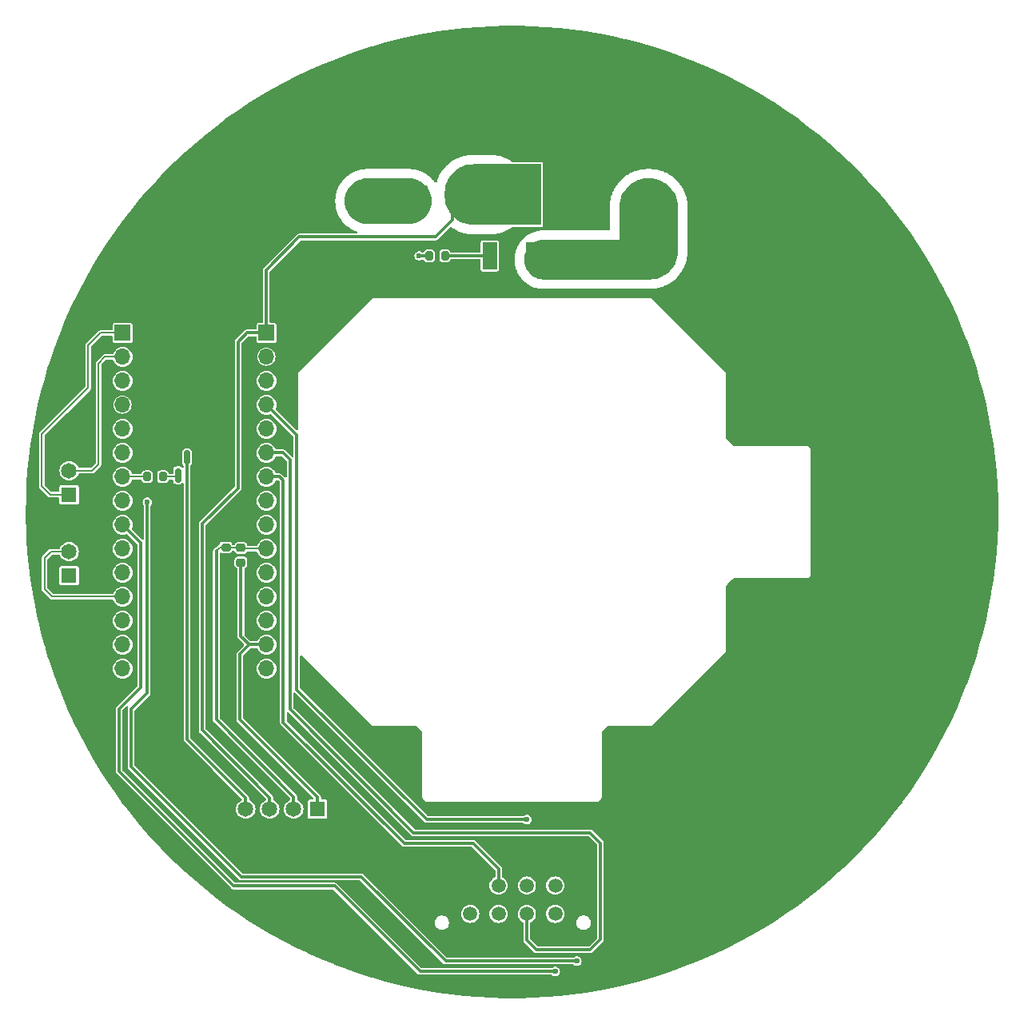
<source format=gbr>
%TF.GenerationSoftware,KiCad,Pcbnew,8.0.1*%
%TF.CreationDate,2024-04-24T20:44:49+02:00*%
%TF.ProjectId,Connectors_card,436f6e6e-6563-4746-9f72-735f63617264,rev?*%
%TF.SameCoordinates,Original*%
%TF.FileFunction,Copper,L1,Top*%
%TF.FilePolarity,Positive*%
%FSLAX46Y46*%
G04 Gerber Fmt 4.6, Leading zero omitted, Abs format (unit mm)*
G04 Created by KiCad (PCBNEW 8.0.1) date 2024-04-24 20:44:49*
%MOMM*%
%LPD*%
G01*
G04 APERTURE LIST*
G04 Aperture macros list*
%AMRoundRect*
0 Rectangle with rounded corners*
0 $1 Rounding radius*
0 $2 $3 $4 $5 $6 $7 $8 $9 X,Y pos of 4 corners*
0 Add a 4 corners polygon primitive as box body*
4,1,4,$2,$3,$4,$5,$6,$7,$8,$9,$2,$3,0*
0 Add four circle primitives for the rounded corners*
1,1,$1+$1,$2,$3*
1,1,$1+$1,$4,$5*
1,1,$1+$1,$6,$7*
1,1,$1+$1,$8,$9*
0 Add four rect primitives between the rounded corners*
20,1,$1+$1,$2,$3,$4,$5,0*
20,1,$1+$1,$4,$5,$6,$7,0*
20,1,$1+$1,$6,$7,$8,$9,0*
20,1,$1+$1,$8,$9,$2,$3,0*%
G04 Aperture macros list end*
%TA.AperFunction,ComponentPad*%
%ADD10R,1.650000X1.650000*%
%TD*%
%TA.AperFunction,ComponentPad*%
%ADD11C,1.650000*%
%TD*%
%TA.AperFunction,SMDPad,CuDef*%
%ADD12RoundRect,0.150000X0.150000X-0.587500X0.150000X0.587500X-0.150000X0.587500X-0.150000X-0.587500X0*%
%TD*%
%TA.AperFunction,SMDPad,CuDef*%
%ADD13RoundRect,0.250000X0.275000X0.700000X-0.275000X0.700000X-0.275000X-0.700000X0.275000X-0.700000X0*%
%TD*%
%TA.AperFunction,ComponentPad*%
%ADD14R,1.520000X1.520000*%
%TD*%
%TA.AperFunction,ComponentPad*%
%ADD15C,1.520000*%
%TD*%
%TA.AperFunction,ComponentPad*%
%ADD16R,1.530000X1.530000*%
%TD*%
%TA.AperFunction,ComponentPad*%
%ADD17C,1.530000*%
%TD*%
%TA.AperFunction,ComponentPad*%
%ADD18C,3.000000*%
%TD*%
%TA.AperFunction,ComponentPad*%
%ADD19R,3.000000X3.000000*%
%TD*%
%TA.AperFunction,ComponentPad*%
%ADD20R,1.700000X1.700000*%
%TD*%
%TA.AperFunction,ComponentPad*%
%ADD21O,1.700000X1.700000*%
%TD*%
%TA.AperFunction,SMDPad,CuDef*%
%ADD22R,1.500000X2.900000*%
%TD*%
%TA.AperFunction,SMDPad,CuDef*%
%ADD23R,6.300000X6.500000*%
%TD*%
%TA.AperFunction,SMDPad,CuDef*%
%ADD24RoundRect,0.200000X-0.200000X-0.275000X0.200000X-0.275000X0.200000X0.275000X-0.200000X0.275000X0*%
%TD*%
%TA.AperFunction,SMDPad,CuDef*%
%ADD25RoundRect,0.225000X0.250000X-0.225000X0.250000X0.225000X-0.250000X0.225000X-0.250000X-0.225000X0*%
%TD*%
%TA.AperFunction,SMDPad,CuDef*%
%ADD26RoundRect,0.200000X-0.275000X0.200000X-0.275000X-0.200000X0.275000X-0.200000X0.275000X0.200000X0*%
%TD*%
%TA.AperFunction,ViaPad*%
%ADD27C,0.600000*%
%TD*%
%TA.AperFunction,Conductor*%
%ADD28C,0.300000*%
%TD*%
%TA.AperFunction,Conductor*%
%ADD29C,0.200000*%
%TD*%
G04 APERTURE END LIST*
D10*
%TO.P,J3,1,1*%
%TO.N,+5V*%
X102698200Y-102642000D03*
D11*
%TO.P,J3,2,2*%
%TO.N,/PA8{slash}TIM1_CH1*%
X102698200Y-100102000D03*
%TO.P,J3,3,3*%
%TO.N,GND*%
X102698200Y-97562000D03*
%TD*%
D10*
%TO.P,J5,1,1*%
%TO.N,+3.3V*%
X129018200Y-127362000D03*
D11*
%TO.P,J5,2,2*%
%TO.N,/PA3{slash}BTN*%
X126478200Y-127362000D03*
%TO.P,J5,3,3*%
%TO.N,+12V*%
X123938200Y-127362000D03*
%TO.P,J5,4,4*%
%TO.N,Net-(Q1-C)*%
X121398200Y-127362000D03*
%TD*%
D12*
%TO.P,Q1,1,B*%
%TO.N,Net-(Q1-B)*%
X114228200Y-91999500D03*
%TO.P,Q1,2,E*%
%TO.N,GND*%
X116128200Y-91999500D03*
%TO.P,Q1,3,C*%
%TO.N,Net-(Q1-C)*%
X115178200Y-90124500D03*
%TD*%
D13*
%TO.P,F1,1*%
%TO.N,+12V*%
X143303200Y-62262000D03*
%TO.P,F1,2*%
%TO.N,Net-(F1-Pad2)*%
X140153200Y-62262000D03*
%TD*%
D14*
%TO.P,J6,1,1*%
%TO.N,GND*%
X145178200Y-135462000D03*
D15*
%TO.P,J6,2,2*%
%TO.N,/PA6{slash}RST*%
X148178200Y-135462000D03*
%TO.P,J6,3,3*%
%TO.N,+5V*%
X151178200Y-135462000D03*
%TO.P,J6,4,4*%
%TO.N,/PB0{slash}DC*%
X154178200Y-135462000D03*
%TO.P,J6,5,5*%
%TO.N,/PA1{slash}SPI_CLK*%
X145178200Y-138462000D03*
%TO.P,J6,6,6*%
%TO.N,/PA5{slash}CS*%
X148178200Y-138462000D03*
%TO.P,J6,7,7*%
%TO.N,/PA7{slash}SPI_MOSI*%
X151178200Y-138462000D03*
%TO.P,J6,8,8*%
%TO.N,/PB1{slash}BLK*%
X154178200Y-138462000D03*
%TD*%
D16*
%TO.P,U1,CN3_1,CN3_1*%
%TO.N,Net-(U1-PadCN3_1)*%
X108338200Y-76902000D03*
D17*
%TO.P,U1,CN3_2,CN3_2*%
X108338200Y-79442000D03*
%TO.P,U1,CN3_3,CN3_3*%
%TO.N,Net-(U1-PadCN3_3)*%
X108338200Y-81982000D03*
%TO.P,U1,CN3_4,CN3_4*%
X108338200Y-84522000D03*
%TO.P,U1,CN3_5,CN3_5*%
%TO.N,Net-(U1-PadCN3_5)*%
X108338200Y-87062000D03*
%TO.P,U1,CN3_6,CN3_6*%
X108338200Y-89602000D03*
%TO.P,U1,CN3_7*%
%TO.N,N/C*%
X108338200Y-92142000D03*
%TO.P,U1,CN3_8,CN3_8*%
%TO.N,Net-(U1-VC10)*%
X108338200Y-94682000D03*
%TO.P,U1,CN3_9,CN3_9*%
%TO.N,Net-(U1-PadCN3_10)*%
X108338200Y-97222000D03*
%TO.P,U1,CN3_10,CN3_10*%
X108338200Y-99762000D03*
%TO.P,U1,CN3_11,CN3_11*%
%TO.N,Net-(U1-PadCN3_11)*%
X108338200Y-102302000D03*
%TO.P,U1,CN3_12,CN3_12*%
X108338200Y-104842000D03*
%TO.P,U1,CN3_13,CN3_13*%
%TO.N,Net-(U1-PadCN3_13)*%
X108338200Y-107382000D03*
%TO.P,U1,CN3_14,CN3_14*%
X108338200Y-109922000D03*
%TO.P,U1,CN3_15,CN3_15*%
%TO.N,Net-(U1-PadCN3_15)*%
X108338200Y-112462000D03*
D16*
%TO.P,U1,CN4_1,CN4_1*%
X123578200Y-76902000D03*
D17*
%TO.P,U1,CN4_2,CN4_2*%
%TO.N,Net-(U1-PadCN4_2)*%
X123578200Y-79442000D03*
%TO.P,U1,CN4_3,CN4_3*%
X123578200Y-81982000D03*
%TO.P,U1,CN4_4*%
%TO.N,N/C*%
X123578200Y-84522000D03*
%TO.P,U1,CN4_5,CN4_5*%
%TO.N,Net-(U1-PadCN4_5)*%
X123578200Y-87062000D03*
%TO.P,U1,CN4_6,CN4_6*%
X123578200Y-89602000D03*
%TO.P,U1,CN4_7,CN4_7*%
%TO.N,Net-(U1-PadCN4_7)*%
X123578200Y-92142000D03*
%TO.P,U1,CN4_8,CN4_8*%
X123578200Y-94682000D03*
%TO.P,U1,CN4_9,CN4_9*%
%TO.N,Net-(U1-PadCN4_10)*%
X123578200Y-97222000D03*
%TO.P,U1,CN4_10,CN4_10*%
%TO.N,/PA3{slash}BTN*%
X123578200Y-99762000D03*
%TO.P,U1,CN4_11,CN4_11*%
%TO.N,Net-(U1-PadCN4_11)*%
X123578200Y-102302000D03*
%TO.P,U1,CN4_12,CN4_12*%
X123578200Y-104842000D03*
%TO.P,U1,CN4_13,CN4_13*%
%TO.N,Net-(U1-PadCN4_13)*%
X123578200Y-107382000D03*
%TO.P,U1,CN4_14,CN4_14*%
X123578200Y-109922000D03*
%TO.P,U1,CN4_15,CN4_15*%
%TO.N,unconnected-(U1-PadCN4_15)*%
X123578200Y-112462000D03*
%TD*%
D18*
%TO.P,J1,+,+*%
%TO.N,Net-(F1-Pad2)*%
X134978200Y-62262000D03*
D19*
%TO.P,J1,-,-*%
%TO.N,GND*%
X134978200Y-57262000D03*
%TD*%
D20*
%TO.P,J7,1,Pin_1*%
%TO.N,/PA9{slash}UART_TX*%
X108356200Y-76926000D03*
D21*
%TO.P,J7,2,Pin_2*%
%TO.N,/PA10{slash}UART_RX*%
X108356200Y-79466000D03*
%TO.P,J7,3,Pin_3*%
%TO.N,/NRST*%
X108356200Y-82006000D03*
%TO.P,J7,4,Pin_4*%
%TO.N,GND*%
X108356200Y-84546000D03*
%TO.P,J7,5,Pin_5*%
%TO.N,/PA12*%
X108356200Y-87086000D03*
%TO.P,J7,6,Pin_6*%
%TO.N,/PB0{slash}DC*%
X108356200Y-89626000D03*
%TO.P,J7,7,Pin_7*%
%TO.N,/PB7{slash}BTN_LED*%
X108356200Y-92166000D03*
%TO.P,J7,8,Pin_8*%
%TO.N,/PB6*%
X108356200Y-94706000D03*
%TO.P,J7,9,Pin_9*%
%TO.N,/PB1{slash}BLK*%
X108356200Y-97246000D03*
%TO.P,J7,10,Pin_10*%
%TO.N,/PC14*%
X108356200Y-99786000D03*
%TO.P,J7,11,Pin_11*%
%TO.N,/PC15*%
X108356200Y-102326000D03*
%TO.P,J7,12,Pin_12*%
%TO.N,/PA8{slash}TIM1_CH1*%
X108356200Y-104866000D03*
%TO.P,J7,13,Pin_13*%
%TO.N,/PA11*%
X108356200Y-107406000D03*
%TO.P,J7,14,Pin_14*%
%TO.N,/PB5*%
X108356200Y-109946000D03*
%TO.P,J7,15,Pin_15*%
%TO.N,/PB4*%
X108356200Y-112486000D03*
%TD*%
D22*
%TO.P,Q2,1,B*%
%TO.N,Net-(Q2-B)*%
X147242200Y-68762000D03*
D23*
%TO.P,Q2,2,C*%
%TO.N,+12V*%
X149528200Y-62262000D03*
D22*
%TO.P,Q2,3,E*%
%TO.N,Net-(Q2-E)*%
X151814200Y-68762000D03*
%TD*%
D20*
%TO.P,J8,1,Pin_1*%
%TO.N,+12V*%
X123596200Y-76926000D03*
D21*
%TO.P,J8,2,Pin_2*%
%TO.N,GND*%
X123596200Y-79466000D03*
%TO.P,J8,3,Pin_3*%
%TO.N,/NRST*%
X123596200Y-82006000D03*
%TO.P,J8,4,Pin_4*%
%TO.N,+5V*%
X123596200Y-84546000D03*
%TO.P,J8,5,Pin_5*%
%TO.N,/PA2*%
X123596200Y-87086000D03*
%TO.P,J8,6,Pin_6*%
%TO.N,/PA7{slash}SPI_MOSI*%
X123596200Y-89626000D03*
%TO.P,J8,7,Pin_7*%
%TO.N,/PA6{slash}RST*%
X123596200Y-92166000D03*
%TO.P,J8,8,Pin_8*%
%TO.N,/PA5{slash}CS*%
X123596200Y-94706000D03*
%TO.P,J8,9,Pin_9*%
%TO.N,/PA4{slash}MOS_ALIM*%
X123596200Y-97246000D03*
%TO.P,J8,10,Pin_10*%
%TO.N,/PA3{slash}BTN*%
X123596200Y-99786000D03*
%TO.P,J8,11,Pin_11*%
%TO.N,/PA1{slash}SPI_CLK*%
X123596200Y-102326000D03*
%TO.P,J8,12,Pin_12*%
%TO.N,/PA0*%
X123596200Y-104866000D03*
%TO.P,J8,13,Pin_13*%
%TO.N,/AREF*%
X123596200Y-107406000D03*
%TO.P,J8,14,Pin_14*%
%TO.N,+3.3V*%
X123596200Y-109946000D03*
%TO.P,J8,15,Pin_15*%
%TO.N,/PB3*%
X123596200Y-112486000D03*
%TD*%
D10*
%TO.P,J4,1,1*%
%TO.N,/PA9{slash}UART_TX*%
X102698200Y-94062000D03*
D11*
%TO.P,J4,2,2*%
%TO.N,/PA10{slash}UART_RX*%
X102698200Y-91522000D03*
%TO.P,J4,3,3*%
%TO.N,GND*%
X102698200Y-88982000D03*
%TD*%
D24*
%TO.P,R2,1*%
%TO.N,/PB7{slash}BTN_LED*%
X110973200Y-92162000D03*
%TO.P,R2,2*%
%TO.N,Net-(Q1-B)*%
X112623200Y-92162000D03*
%TD*%
%TO.P,R1,1*%
%TO.N,/PA4{slash}MOS_ALIM*%
X140853200Y-68762000D03*
%TO.P,R1,2*%
%TO.N,Net-(Q2-B)*%
X142503200Y-68762000D03*
%TD*%
D25*
%TO.P,C1,1*%
%TO.N,+3.3V*%
X120898200Y-101237000D03*
%TO.P,C1,2*%
%TO.N,/PA3{slash}BTN*%
X120898200Y-99687000D03*
%TD*%
D18*
%TO.P,J2,+,+*%
%TO.N,Net-(Q2-E)*%
X164078200Y-62262000D03*
D19*
%TO.P,J2,-,-*%
%TO.N,GND*%
X164078200Y-57262000D03*
%TD*%
D26*
%TO.P,R3,1*%
%TO.N,/PA3{slash}BTN*%
X119298200Y-99637000D03*
%TO.P,R3,2*%
%TO.N,GND*%
X119298200Y-101287000D03*
%TD*%
D27*
%TO.N,+5V*%
X151178200Y-128462000D03*
%TO.N,/PB0{slash}DC*%
X110978200Y-94862000D03*
X156478200Y-143462000D03*
%TO.N,/PB1{slash}BLK*%
X154178200Y-144562000D03*
%TO.N,/PA4{slash}MOS_ALIM*%
X139778200Y-68762000D03*
%TD*%
D28*
%TO.N,+3.3V*%
X120898200Y-109066000D02*
X121778200Y-109946000D01*
X120898200Y-101237000D02*
X120898200Y-109066000D01*
X121778200Y-109946000D02*
X123596200Y-109946000D01*
X120788200Y-110936000D02*
X121778200Y-109946000D01*
X129018200Y-126102000D02*
X120788200Y-117872000D01*
X120788200Y-117872000D02*
X120788200Y-110936000D01*
X129018200Y-127362000D02*
X129018200Y-126102000D01*
D29*
%TO.N,/PA3{slash}BTN*%
X118653200Y-99637000D02*
X119298200Y-99637000D01*
X119348200Y-99687000D02*
X119298200Y-99637000D01*
X120898200Y-99687000D02*
X119348200Y-99687000D01*
D28*
X126478200Y-127362000D02*
X126478200Y-126062000D01*
D29*
X118278200Y-100012000D02*
X118653200Y-99637000D01*
D28*
X118278200Y-117862000D02*
X118278200Y-100012000D01*
X126478200Y-126062000D02*
X118278200Y-117862000D01*
D29*
X123596200Y-99786000D02*
X120997200Y-99786000D01*
X120997200Y-99786000D02*
X120898200Y-99687000D01*
D28*
%TO.N,+12V*%
X121514200Y-76926000D02*
X123596200Y-76926000D01*
X120578200Y-93362000D02*
X120578200Y-77862000D01*
X116778200Y-118762000D02*
X116778200Y-97162000D01*
X143303200Y-62262000D02*
X149528200Y-62262000D01*
X123938200Y-127362000D02*
X123938200Y-126122000D01*
X143303200Y-62262000D02*
X143303200Y-64937000D01*
X123596200Y-70244000D02*
X123596200Y-76926000D01*
X123938200Y-126122000D02*
X116778200Y-118962000D01*
X120578200Y-77862000D02*
X121514200Y-76926000D01*
X127078200Y-66762000D02*
X123596200Y-70244000D01*
X141478200Y-66762000D02*
X127078200Y-66762000D01*
X116778200Y-97162000D02*
X120578200Y-93362000D01*
X116778200Y-118962000D02*
X116778200Y-118762000D01*
X143303200Y-64937000D02*
X141478200Y-66762000D01*
%TO.N,Net-(Q2-E)*%
X161778200Y-68762000D02*
X164078200Y-66462000D01*
X164078200Y-66462000D02*
X164078200Y-62262000D01*
X151814200Y-68762000D02*
X161778200Y-68762000D01*
%TO.N,+5V*%
X126807200Y-87757000D02*
X126807200Y-114691000D01*
X140578200Y-128462000D02*
X151178200Y-128462000D01*
X123596200Y-84546000D02*
X126807200Y-87757000D01*
X126807200Y-114691000D02*
X140578200Y-128462000D01*
D29*
%TO.N,/PA9{slash}UART_TX*%
X102698200Y-94062000D02*
X100698200Y-94062000D01*
X99798200Y-87662000D02*
X104698200Y-82762000D01*
X104698200Y-78262000D02*
X106034200Y-76926000D01*
X99798200Y-93162000D02*
X99798200Y-87662000D01*
X104698200Y-82762000D02*
X104698200Y-78262000D01*
X100698200Y-94062000D02*
X99798200Y-93162000D01*
X106034200Y-76926000D02*
X108356200Y-76926000D01*
%TO.N,/PA10{slash}UART_RX*%
X102698200Y-91522000D02*
X105138200Y-91522000D01*
X105138200Y-91522000D02*
X105798200Y-90862000D01*
X105798200Y-80162000D02*
X106494200Y-79466000D01*
X106494200Y-79466000D02*
X108356200Y-79466000D01*
X105798200Y-90862000D02*
X105798200Y-80162000D01*
D28*
%TO.N,Net-(Q1-C)*%
X115178200Y-119962000D02*
X115178200Y-119862000D01*
X121398200Y-127362000D02*
X121398200Y-126182000D01*
X121398200Y-126182000D02*
X115178200Y-119962000D01*
X115178200Y-119862000D02*
X115178200Y-90124500D01*
%TO.N,/PB0{slash}DC*%
X109278200Y-116762000D02*
X110978200Y-115062000D01*
X109278200Y-122862000D02*
X109278200Y-116762000D01*
X120978200Y-134562000D02*
X109278200Y-122862000D01*
X156478200Y-143462000D02*
X142578200Y-143462000D01*
X142578200Y-143462000D02*
X133678200Y-134562000D01*
X133678200Y-134562000D02*
X120978200Y-134562000D01*
X110978200Y-115062000D02*
X110978200Y-94862000D01*
%TO.N,/PB1{slash}BLK*%
X130828200Y-135512000D02*
X139878200Y-144562000D01*
X139878200Y-144562000D02*
X154178200Y-144562000D01*
X108356200Y-97246000D02*
X110278200Y-99168000D01*
X120128200Y-135512000D02*
X130828200Y-135512000D01*
X110278200Y-99168000D02*
X110278200Y-114462000D01*
X110278200Y-114462000D02*
X107978200Y-116762000D01*
X107978200Y-116762000D02*
X107978200Y-123362000D01*
X107978200Y-123362000D02*
X120128200Y-135512000D01*
D29*
%TO.N,/PA8{slash}TIM1_CH1*%
X100758200Y-100102000D02*
X100098200Y-100762000D01*
X100902200Y-104866000D02*
X108356200Y-104866000D01*
X102698200Y-100102000D02*
X100758200Y-100102000D01*
X100098200Y-104062000D02*
X100902200Y-104866000D01*
X100098200Y-100762000D02*
X100098200Y-104062000D01*
%TO.N,/PB7{slash}BTN_LED*%
X110969200Y-92166000D02*
X110973200Y-92162000D01*
X108356200Y-92166000D02*
X110969200Y-92166000D01*
D28*
%TO.N,/PA6{slash}RST*%
X124978200Y-92166000D02*
X123596200Y-92166000D01*
X138178200Y-130962000D02*
X125378200Y-118162000D01*
X145478200Y-130962000D02*
X138178200Y-130962000D01*
X125378200Y-92566000D02*
X124978200Y-92166000D01*
X125378200Y-118162000D02*
X125378200Y-92566000D01*
X148178200Y-135462000D02*
X148178200Y-133662000D01*
X148178200Y-133662000D02*
X145478200Y-130962000D01*
%TO.N,/PA7{slash}SPI_MOSI*%
X158978200Y-130962000D02*
X157878200Y-129862000D01*
X158978200Y-141162000D02*
X158978200Y-130962000D01*
X157878200Y-129862000D02*
X139178200Y-129862000D01*
X151178200Y-141262000D02*
X152178200Y-142262000D01*
X152178200Y-142262000D02*
X157878200Y-142262000D01*
X126078200Y-116762000D02*
X126078200Y-90362000D01*
X126078200Y-90362000D02*
X125342200Y-89626000D01*
X125342200Y-89626000D02*
X123596200Y-89626000D01*
X157878200Y-142262000D02*
X158978200Y-141162000D01*
X139178200Y-129862000D02*
X126078200Y-116762000D01*
X151178200Y-138462000D02*
X151178200Y-141262000D01*
%TO.N,/PA4{slash}MOS_ALIM*%
X140853200Y-68762000D02*
X139778200Y-68762000D01*
D29*
%TO.N,Net-(Q1-B)*%
X114065700Y-92162000D02*
X114228200Y-91999500D01*
X112623200Y-92162000D02*
X114065700Y-92162000D01*
D28*
%TO.N,Net-(Q2-B)*%
X142503200Y-68762000D02*
X147242200Y-68762000D01*
%TO.N,Net-(F1-Pad2)*%
X134978200Y-62262000D02*
X140153200Y-62262000D01*
%TD*%
%TA.AperFunction,Conductor*%
%TO.N,+12V*%
G36*
X147281671Y-59062195D02*
G01*
X147322336Y-59064478D01*
X147607149Y-59080473D01*
X147620948Y-59082027D01*
X147938895Y-59136049D01*
X147952452Y-59139143D01*
X148262348Y-59228423D01*
X148275472Y-59233016D01*
X148573415Y-59356427D01*
X148585937Y-59362456D01*
X148868206Y-59518461D01*
X148879979Y-59525859D01*
X149142989Y-59712475D01*
X149153849Y-59721135D01*
X149394327Y-59936039D01*
X149404160Y-59945872D01*
X149619059Y-60186344D01*
X149627728Y-60197216D01*
X149814339Y-60460219D01*
X149821738Y-60471993D01*
X149977739Y-60754255D01*
X149983772Y-60766784D01*
X150107183Y-61064727D01*
X150111776Y-61077851D01*
X150201056Y-61387747D01*
X150204150Y-61401304D01*
X150258170Y-61719240D01*
X150259727Y-61733058D01*
X150278005Y-62058527D01*
X150278200Y-62065480D01*
X150278200Y-62458519D01*
X150278005Y-62465472D01*
X150259727Y-62790941D01*
X150258170Y-62804759D01*
X150204150Y-63122695D01*
X150201056Y-63136252D01*
X150111776Y-63446148D01*
X150107183Y-63459272D01*
X149983772Y-63757215D01*
X149977739Y-63769744D01*
X149821738Y-64052006D01*
X149814339Y-64063780D01*
X149627728Y-64326783D01*
X149619059Y-64337655D01*
X149404160Y-64578127D01*
X149394327Y-64587960D01*
X149153855Y-64802859D01*
X149142983Y-64811528D01*
X148879980Y-64998139D01*
X148868206Y-65005538D01*
X148585944Y-65161539D01*
X148573415Y-65167572D01*
X148275472Y-65290983D01*
X148262348Y-65295576D01*
X147952452Y-65384856D01*
X147938895Y-65387950D01*
X147620959Y-65441970D01*
X147607141Y-65443527D01*
X147281672Y-65461805D01*
X147274719Y-65462000D01*
X145481681Y-65462000D01*
X145474728Y-65461805D01*
X145149258Y-65443527D01*
X145135440Y-65441970D01*
X144817504Y-65387950D01*
X144803947Y-65384856D01*
X144494051Y-65295576D01*
X144480927Y-65290983D01*
X144182984Y-65167572D01*
X144170455Y-65161539D01*
X143888193Y-65005538D01*
X143876419Y-64998139D01*
X143613416Y-64811528D01*
X143602544Y-64802859D01*
X143362072Y-64587960D01*
X143352239Y-64578127D01*
X143137340Y-64337655D01*
X143128675Y-64326789D01*
X142942059Y-64063779D01*
X142934661Y-64052006D01*
X142778660Y-63769744D01*
X142772627Y-63757215D01*
X142649216Y-63459272D01*
X142644623Y-63446148D01*
X142555343Y-63136252D01*
X142552249Y-63122695D01*
X142498227Y-62804748D01*
X142496673Y-62790949D01*
X142478395Y-62465471D01*
X142478200Y-62458519D01*
X142478200Y-62065480D01*
X142478395Y-62058528D01*
X142479000Y-62047753D01*
X142496673Y-61733048D01*
X142498227Y-61719253D01*
X142552249Y-61401299D01*
X142555343Y-61387747D01*
X142644623Y-61077851D01*
X142649216Y-61064727D01*
X142672928Y-61007479D01*
X142772630Y-60766775D01*
X142778652Y-60754269D01*
X142934667Y-60471983D01*
X142942054Y-60460228D01*
X143128682Y-60197201D01*
X143137328Y-60186358D01*
X143352249Y-59945861D01*
X143362061Y-59936049D01*
X143602558Y-59721128D01*
X143613401Y-59712482D01*
X143876428Y-59525854D01*
X143888183Y-59518467D01*
X144170469Y-59362452D01*
X144182975Y-59356430D01*
X144480927Y-59233016D01*
X144494047Y-59228424D01*
X144803953Y-59139141D01*
X144817499Y-59136049D01*
X145135453Y-59082027D01*
X145149248Y-59080473D01*
X145437483Y-59064286D01*
X145474729Y-59062195D01*
X145481681Y-59062000D01*
X147274719Y-59062000D01*
X147281671Y-59062195D01*
G37*
%TD.AperFunction*%
%TD*%
%TA.AperFunction,Conductor*%
%TO.N,Net-(Q2-E)*%
G36*
X164181671Y-60562195D02*
G01*
X164222336Y-60564478D01*
X164507149Y-60580473D01*
X164520948Y-60582027D01*
X164838895Y-60636049D01*
X164852452Y-60639143D01*
X165162348Y-60728423D01*
X165175472Y-60733016D01*
X165473415Y-60856427D01*
X165485937Y-60862456D01*
X165768206Y-61018461D01*
X165779979Y-61025859D01*
X166042989Y-61212475D01*
X166053849Y-61221135D01*
X166294327Y-61436039D01*
X166304160Y-61445872D01*
X166519059Y-61686344D01*
X166527728Y-61697216D01*
X166714339Y-61960219D01*
X166721738Y-61971993D01*
X166877739Y-62254255D01*
X166883772Y-62266784D01*
X167007183Y-62564727D01*
X167011776Y-62577851D01*
X167101056Y-62887747D01*
X167104150Y-62901304D01*
X167158170Y-63219240D01*
X167159727Y-63233058D01*
X167178005Y-63558527D01*
X167178200Y-63565480D01*
X167178200Y-68258519D01*
X167178005Y-68265472D01*
X167159727Y-68590941D01*
X167158170Y-68604759D01*
X167104150Y-68922695D01*
X167101056Y-68936252D01*
X167011776Y-69246148D01*
X167007183Y-69259272D01*
X166883772Y-69557215D01*
X166877739Y-69569744D01*
X166721738Y-69852006D01*
X166714339Y-69863780D01*
X166527728Y-70126783D01*
X166519059Y-70137655D01*
X166304160Y-70378127D01*
X166294327Y-70387960D01*
X166053855Y-70602859D01*
X166042983Y-70611528D01*
X165779980Y-70798139D01*
X165768206Y-70805538D01*
X165485944Y-70961539D01*
X165473415Y-70967572D01*
X165175472Y-71090983D01*
X165162348Y-71095576D01*
X164852452Y-71184856D01*
X164838895Y-71187950D01*
X164520959Y-71241970D01*
X164507141Y-71243527D01*
X164181672Y-71261805D01*
X164174719Y-71262000D01*
X152982628Y-71262000D01*
X152973782Y-71261684D01*
X152688184Y-71241257D01*
X152670672Y-71238739D01*
X152395229Y-71178820D01*
X152378254Y-71173836D01*
X152114137Y-71075326D01*
X152098043Y-71067976D01*
X151850636Y-70932881D01*
X151835753Y-70923316D01*
X151610091Y-70754388D01*
X151596720Y-70742802D01*
X151397397Y-70543479D01*
X151385811Y-70530108D01*
X151216883Y-70304446D01*
X151207318Y-70289563D01*
X151072223Y-70042156D01*
X151064875Y-70026068D01*
X150966361Y-69761940D01*
X150961379Y-69744970D01*
X150921935Y-69563651D01*
X150901459Y-69469524D01*
X150898942Y-69452015D01*
X150878832Y-69170836D01*
X150878832Y-69153163D01*
X150898942Y-68871978D01*
X150901460Y-68854472D01*
X150955782Y-68604759D01*
X150961381Y-68579021D01*
X150966360Y-68562062D01*
X151064877Y-68297926D01*
X151072218Y-68281853D01*
X151207322Y-68034428D01*
X151216878Y-68019559D01*
X151385816Y-67793884D01*
X151397390Y-67780527D01*
X151596727Y-67581190D01*
X151610084Y-67569616D01*
X151835759Y-67400678D01*
X151850628Y-67391122D01*
X152098053Y-67256018D01*
X152114126Y-67248677D01*
X152378262Y-67150160D01*
X152395221Y-67145181D01*
X152670677Y-67085259D01*
X152688178Y-67082742D01*
X152973782Y-67062316D01*
X152982628Y-67062000D01*
X157978183Y-67062000D01*
X157978200Y-67062000D01*
X160978200Y-67062000D01*
X160978200Y-63565480D01*
X160978395Y-63558528D01*
X160979000Y-63547753D01*
X160996673Y-63233048D01*
X160998227Y-63219253D01*
X161052249Y-62901299D01*
X161055343Y-62887747D01*
X161144623Y-62577851D01*
X161149216Y-62564727D01*
X161172928Y-62507479D01*
X161272630Y-62266775D01*
X161278652Y-62254269D01*
X161434667Y-61971983D01*
X161442054Y-61960228D01*
X161628682Y-61697201D01*
X161637328Y-61686358D01*
X161852249Y-61445861D01*
X161862061Y-61436049D01*
X162102558Y-61221128D01*
X162113401Y-61212482D01*
X162376428Y-61025854D01*
X162388183Y-61018467D01*
X162670469Y-60862452D01*
X162682975Y-60856430D01*
X162980927Y-60733016D01*
X162994047Y-60728424D01*
X163303953Y-60639141D01*
X163317499Y-60636049D01*
X163635453Y-60582027D01*
X163649248Y-60580473D01*
X163937483Y-60564286D01*
X163974729Y-60562195D01*
X163981681Y-60562000D01*
X164174719Y-60562000D01*
X164181671Y-60562195D01*
G37*
%TD.AperFunction*%
%TD*%
%TA.AperFunction,Conductor*%
%TO.N,Net-(F1-Pad2)*%
G36*
X138682243Y-60562265D02*
G01*
X138983371Y-60582001D01*
X138999427Y-60584116D01*
X139291393Y-60642192D01*
X139307059Y-60646390D01*
X139511429Y-60715763D01*
X139588945Y-60742077D01*
X139603922Y-60748280D01*
X139857000Y-60873084D01*
X139870910Y-60879944D01*
X139884958Y-60888054D01*
X140132473Y-61053439D01*
X140145337Y-61063310D01*
X140369145Y-61259585D01*
X140380614Y-61271054D01*
X140576889Y-61494862D01*
X140586763Y-61507730D01*
X140752145Y-61755242D01*
X140760255Y-61769289D01*
X140891916Y-62036270D01*
X140898123Y-62051256D01*
X140993809Y-62333140D01*
X140998007Y-62348806D01*
X141056081Y-62640758D01*
X141058199Y-62656840D01*
X141077668Y-62953890D01*
X141077668Y-62970110D01*
X141058199Y-63267159D01*
X141056081Y-63283241D01*
X140998007Y-63575193D01*
X140993809Y-63590859D01*
X140898123Y-63872743D01*
X140891916Y-63887729D01*
X140760255Y-64154710D01*
X140752145Y-64168757D01*
X140586763Y-64416269D01*
X140576889Y-64429137D01*
X140380614Y-64652945D01*
X140369145Y-64664414D01*
X140145337Y-64860689D01*
X140132469Y-64870563D01*
X139884957Y-65035945D01*
X139870910Y-65044055D01*
X139603929Y-65175716D01*
X139588943Y-65181923D01*
X139307059Y-65277609D01*
X139291393Y-65281807D01*
X138999441Y-65339881D01*
X138983359Y-65341999D01*
X138682243Y-65361735D01*
X138674133Y-65362000D01*
X134282267Y-65362000D01*
X134274157Y-65361735D01*
X133973040Y-65341999D01*
X133956959Y-65339881D01*
X133913407Y-65331218D01*
X133665006Y-65281807D01*
X133649340Y-65277609D01*
X133367456Y-65181923D01*
X133352470Y-65175716D01*
X133085489Y-65044055D01*
X133071442Y-65035945D01*
X132823930Y-64870563D01*
X132811062Y-64860689D01*
X132587254Y-64664414D01*
X132575785Y-64652945D01*
X132379510Y-64429137D01*
X132369636Y-64416269D01*
X132204254Y-64168757D01*
X132196144Y-64154710D01*
X132189284Y-64140800D01*
X132064480Y-63887722D01*
X132058276Y-63872743D01*
X131962590Y-63590859D01*
X131958392Y-63575193D01*
X131900316Y-63283227D01*
X131898201Y-63267171D01*
X131878731Y-62970101D01*
X131878731Y-62953898D01*
X131898201Y-62656826D01*
X131900315Y-62640774D01*
X131958393Y-62348802D01*
X131962590Y-62333140D01*
X131991112Y-62249116D01*
X132058279Y-62051248D01*
X132064477Y-62036283D01*
X132196147Y-61769283D01*
X132204250Y-61755248D01*
X132369644Y-61507718D01*
X132379501Y-61494873D01*
X132575790Y-61271048D01*
X132587248Y-61259590D01*
X132811073Y-61063301D01*
X132823918Y-61053444D01*
X133071448Y-60888050D01*
X133085483Y-60879947D01*
X133352483Y-60748277D01*
X133367448Y-60742079D01*
X133565316Y-60674912D01*
X133649340Y-60646390D01*
X133665002Y-60642193D01*
X133956974Y-60584115D01*
X133973028Y-60582001D01*
X134248780Y-60563928D01*
X134274158Y-60562265D01*
X134282267Y-60562000D01*
X138674133Y-60562000D01*
X138682243Y-60562265D01*
G37*
%TD.AperFunction*%
%TD*%
%TA.AperFunction,Conductor*%
%TO.N,GND*%
G36*
X150324790Y-44400538D02*
G01*
X151752550Y-44440242D01*
X151755943Y-44440383D01*
X153182044Y-44519761D01*
X153185430Y-44519997D01*
X154608833Y-44638992D01*
X154612175Y-44639318D01*
X156031707Y-44797834D01*
X156035046Y-44798253D01*
X157449648Y-44996172D01*
X157452950Y-44996681D01*
X158861494Y-45233844D01*
X158864847Y-45234457D01*
X160266176Y-45510669D01*
X160269503Y-45511372D01*
X161472860Y-45783517D01*
X161662633Y-45826435D01*
X161665985Y-45827242D01*
X163049793Y-46180904D01*
X163053121Y-46181804D01*
X164426624Y-46573813D01*
X164429861Y-46574787D01*
X165791869Y-47004804D01*
X165795102Y-47005874D01*
X167144720Y-47473618D01*
X167147863Y-47474757D01*
X168483964Y-47979840D01*
X168487105Y-47981078D01*
X169536057Y-48411304D01*
X169808563Y-48523072D01*
X169811734Y-48524424D01*
X171117663Y-49102963D01*
X171120713Y-49104365D01*
X172410078Y-49718994D01*
X172413116Y-49720494D01*
X173684816Y-50370686D01*
X173687832Y-50372280D01*
X174941050Y-51057617D01*
X174944006Y-51059287D01*
X176177674Y-51779189D01*
X176180547Y-51780919D01*
X177049479Y-52320908D01*
X177393700Y-52534820D01*
X177396602Y-52536680D01*
X178588282Y-53323980D01*
X178591132Y-53325920D01*
X179760506Y-54146072D01*
X179763300Y-54148091D01*
X180909354Y-55000379D01*
X180912092Y-55002474D01*
X182034080Y-55886346D01*
X182036758Y-55888517D01*
X183133695Y-56803197D01*
X183136312Y-56805441D01*
X184207431Y-57750290D01*
X184209984Y-57752606D01*
X185254404Y-58726845D01*
X185256892Y-58729231D01*
X186273860Y-59732159D01*
X186276280Y-59734614D01*
X187264924Y-60765370D01*
X187267276Y-60767891D01*
X188226921Y-61825773D01*
X188229201Y-61828358D01*
X189159054Y-62912490D01*
X189161262Y-62915138D01*
X190060626Y-64024709D01*
X190062759Y-64027417D01*
X190930923Y-65161548D01*
X190932980Y-65164314D01*
X191769273Y-66322128D01*
X191771253Y-66324950D01*
X192575065Y-67505604D01*
X192576965Y-67508480D01*
X193347624Y-68710987D01*
X193349444Y-68713915D01*
X194086405Y-69937426D01*
X194088142Y-69940404D01*
X194790772Y-71183867D01*
X194792426Y-71186891D01*
X195196319Y-71950481D01*
X195350887Y-72242704D01*
X195460249Y-72449460D01*
X195461818Y-72452530D01*
X196094254Y-73733116D01*
X196095738Y-73736228D01*
X196692356Y-75033947D01*
X196693752Y-75037099D01*
X197254064Y-76350902D01*
X197255372Y-76354091D01*
X197778938Y-77682940D01*
X197780157Y-77686165D01*
X198266580Y-79029051D01*
X198267709Y-79032308D01*
X198716618Y-80388207D01*
X198717656Y-80391494D01*
X199128704Y-81759361D01*
X199129650Y-81762676D01*
X199502506Y-83141411D01*
X199503360Y-83144751D01*
X199837757Y-84533360D01*
X199838517Y-84536722D01*
X200134174Y-85934048D01*
X200134841Y-85937431D01*
X200391548Y-87342470D01*
X200392120Y-87345869D01*
X200609664Y-88757462D01*
X200610142Y-88760876D01*
X200788369Y-90178026D01*
X200788751Y-90181452D01*
X200927507Y-91602925D01*
X200927795Y-91606360D01*
X201026990Y-93031243D01*
X201027181Y-93034685D01*
X201086725Y-94461696D01*
X201086821Y-94465142D01*
X201106676Y-95893290D01*
X201106676Y-95896738D01*
X201086821Y-97324885D01*
X201086725Y-97328331D01*
X201027181Y-98755342D01*
X201026990Y-98758784D01*
X200927795Y-100183667D01*
X200927507Y-100187102D01*
X200788751Y-101608575D01*
X200788369Y-101612001D01*
X200610142Y-103029151D01*
X200609664Y-103032565D01*
X200392120Y-104444158D01*
X200391548Y-104447557D01*
X200134841Y-105852596D01*
X200134174Y-105855979D01*
X199838517Y-107253305D01*
X199837757Y-107256667D01*
X199503360Y-108645276D01*
X199502506Y-108648616D01*
X199129650Y-110027351D01*
X199128704Y-110030666D01*
X198717656Y-111398533D01*
X198716618Y-111401820D01*
X198267709Y-112757719D01*
X198266580Y-112760976D01*
X197780157Y-114103862D01*
X197778938Y-114107087D01*
X197255372Y-115435936D01*
X197254064Y-115439125D01*
X196693752Y-116752928D01*
X196692356Y-116756080D01*
X196095738Y-118053799D01*
X196094254Y-118056911D01*
X195461818Y-119337497D01*
X195460249Y-119340567D01*
X194792426Y-120603136D01*
X194790772Y-120606160D01*
X194088142Y-121849623D01*
X194086405Y-121852601D01*
X193349444Y-123076112D01*
X193347624Y-123079040D01*
X192576965Y-124281547D01*
X192575065Y-124284423D01*
X191771253Y-125465077D01*
X191769273Y-125467899D01*
X190932980Y-126625713D01*
X190930923Y-126628479D01*
X190062759Y-127762610D01*
X190060626Y-127765318D01*
X189161262Y-128874889D01*
X189159054Y-128877537D01*
X188229201Y-129961669D01*
X188226921Y-129964254D01*
X187267276Y-131022136D01*
X187264924Y-131024657D01*
X186276280Y-132055413D01*
X186273860Y-132057868D01*
X185256892Y-133060796D01*
X185254404Y-133063182D01*
X184209984Y-134037421D01*
X184207431Y-134039737D01*
X183136312Y-134984586D01*
X183133695Y-134986830D01*
X182036758Y-135901510D01*
X182034080Y-135903681D01*
X180912092Y-136787553D01*
X180909354Y-136789648D01*
X179763300Y-137641936D01*
X179760506Y-137643955D01*
X178591132Y-138464107D01*
X178588282Y-138466047D01*
X177396602Y-139253347D01*
X177393700Y-139255207D01*
X176180587Y-140009083D01*
X176177634Y-140010862D01*
X174944028Y-140730727D01*
X174941027Y-140732423D01*
X173687847Y-141417739D01*
X173684799Y-141419350D01*
X172413143Y-142069519D01*
X172410052Y-142071046D01*
X171120754Y-142685643D01*
X171117622Y-142687083D01*
X169811734Y-143265603D01*
X169808563Y-143266955D01*
X168487138Y-143808936D01*
X168483931Y-143810200D01*
X167147912Y-144315252D01*
X167144671Y-144316426D01*
X165795121Y-144784146D01*
X165791848Y-144785229D01*
X164429893Y-145215230D01*
X164426592Y-145216223D01*
X163053121Y-145608223D01*
X163049793Y-145609123D01*
X161665985Y-145962785D01*
X161662633Y-145963592D01*
X160269525Y-146278650D01*
X160266153Y-146279363D01*
X158864866Y-146555566D01*
X158861475Y-146556186D01*
X157453002Y-146793338D01*
X157449595Y-146793863D01*
X156035086Y-146991768D01*
X156031665Y-146992198D01*
X154612220Y-147150704D01*
X154608789Y-147151039D01*
X153185457Y-147270028D01*
X153182018Y-147270267D01*
X151755969Y-147349642D01*
X151752525Y-147349786D01*
X150324790Y-147389490D01*
X150321343Y-147389538D01*
X148893057Y-147389538D01*
X148889610Y-147389490D01*
X147461874Y-147349786D01*
X147458430Y-147349642D01*
X146032381Y-147270267D01*
X146028942Y-147270028D01*
X144605610Y-147151039D01*
X144602179Y-147150704D01*
X143182734Y-146992198D01*
X143179313Y-146991768D01*
X141764804Y-146793863D01*
X141761397Y-146793338D01*
X140352924Y-146556186D01*
X140349533Y-146555566D01*
X138948246Y-146279363D01*
X138944874Y-146278650D01*
X137551766Y-145963592D01*
X137548414Y-145962785D01*
X136164606Y-145609123D01*
X136161278Y-145608223D01*
X134787807Y-145216223D01*
X134784506Y-145215230D01*
X133422551Y-144785229D01*
X133419278Y-144784146D01*
X132069728Y-144316426D01*
X132066487Y-144315252D01*
X131996058Y-144288628D01*
X130820258Y-143844143D01*
X130730468Y-143810200D01*
X130727261Y-143808936D01*
X129405836Y-143266955D01*
X129402665Y-143265603D01*
X128096777Y-142687083D01*
X128093645Y-142685643D01*
X127793293Y-142542468D01*
X126804347Y-142071046D01*
X126801256Y-142069519D01*
X125529600Y-141419350D01*
X125526552Y-141417739D01*
X124273372Y-140732423D01*
X124270371Y-140730727D01*
X124089970Y-140625455D01*
X123036746Y-140010850D01*
X123033831Y-140009095D01*
X122413862Y-139623822D01*
X121820699Y-139255207D01*
X121817797Y-139253347D01*
X120626117Y-138466047D01*
X120623267Y-138464107D01*
X119453893Y-137643955D01*
X119451099Y-137641936D01*
X118305045Y-136789648D01*
X118302307Y-136787553D01*
X117180319Y-135903681D01*
X117177641Y-135901510D01*
X116080704Y-134986830D01*
X116078087Y-134984586D01*
X115006968Y-134039737D01*
X115004415Y-134037421D01*
X113959995Y-133063182D01*
X113957507Y-133060796D01*
X112940539Y-132057868D01*
X112938119Y-132055413D01*
X111949475Y-131024657D01*
X111947123Y-131022136D01*
X110987478Y-129964254D01*
X110985198Y-129961669D01*
X110055345Y-128877537D01*
X110053137Y-128874889D01*
X109153773Y-127765318D01*
X109151640Y-127762610D01*
X108543114Y-126967659D01*
X108283469Y-126628470D01*
X108281419Y-126625713D01*
X108194373Y-126505202D01*
X107445123Y-125467896D01*
X107443146Y-125465077D01*
X106639329Y-124284416D01*
X106637434Y-124281547D01*
X106134820Y-123497288D01*
X105866775Y-123079040D01*
X105864955Y-123076112D01*
X105127994Y-121852601D01*
X105126257Y-121849623D01*
X104423627Y-120606160D01*
X104421973Y-120603136D01*
X103754133Y-119340534D01*
X103752598Y-119337531D01*
X103120145Y-118056911D01*
X103118661Y-118053799D01*
X103056295Y-117918145D01*
X102522019Y-116756027D01*
X102520647Y-116752928D01*
X102504836Y-116715856D01*
X101960335Y-115439125D01*
X101959027Y-115435936D01*
X101864999Y-115197287D01*
X101435460Y-114107086D01*
X101434242Y-114103862D01*
X101201467Y-113461232D01*
X100947811Y-112760954D01*
X100946690Y-112757719D01*
X100924909Y-112691932D01*
X100856729Y-112486000D01*
X107300617Y-112486000D01*
X107320899Y-112691932D01*
X107320900Y-112691934D01*
X107380968Y-112889954D01*
X107478515Y-113072450D01*
X107478517Y-113072452D01*
X107609789Y-113232410D01*
X107706409Y-113311702D01*
X107769750Y-113363685D01*
X107952246Y-113461232D01*
X108150266Y-113521300D01*
X108150265Y-113521300D01*
X108168729Y-113523118D01*
X108356200Y-113541583D01*
X108562134Y-113521300D01*
X108760154Y-113461232D01*
X108942650Y-113363685D01*
X109102610Y-113232410D01*
X109233885Y-113072450D01*
X109331432Y-112889954D01*
X109391500Y-112691934D01*
X109411783Y-112486000D01*
X109391500Y-112280066D01*
X109331432Y-112082046D01*
X109233885Y-111899550D01*
X109181902Y-111836209D01*
X109102610Y-111739589D01*
X108942652Y-111608317D01*
X108942653Y-111608317D01*
X108942650Y-111608315D01*
X108760154Y-111510768D01*
X108562134Y-111450700D01*
X108562132Y-111450699D01*
X108562134Y-111450699D01*
X108356200Y-111430417D01*
X108150267Y-111450699D01*
X107952243Y-111510769D01*
X107843903Y-111568679D01*
X107769750Y-111608315D01*
X107769748Y-111608316D01*
X107769747Y-111608317D01*
X107609789Y-111739589D01*
X107478517Y-111899547D01*
X107380969Y-112082043D01*
X107320899Y-112280067D01*
X107300617Y-112486000D01*
X100856729Y-112486000D01*
X100497781Y-111401820D01*
X100496743Y-111398533D01*
X100400789Y-111079222D01*
X100085683Y-110030624D01*
X100084761Y-110027394D01*
X100062749Y-109946000D01*
X107300617Y-109946000D01*
X107320899Y-110151932D01*
X107350934Y-110250944D01*
X107380968Y-110349954D01*
X107478515Y-110532450D01*
X107478517Y-110532452D01*
X107609789Y-110692410D01*
X107700118Y-110766540D01*
X107769750Y-110823685D01*
X107952246Y-110921232D01*
X108150266Y-110981300D01*
X108150265Y-110981300D01*
X108168729Y-110983118D01*
X108356200Y-111001583D01*
X108562134Y-110981300D01*
X108760154Y-110921232D01*
X108942650Y-110823685D01*
X109102610Y-110692410D01*
X109233885Y-110532450D01*
X109331432Y-110349954D01*
X109391500Y-110151934D01*
X109411783Y-109946000D01*
X109391500Y-109740066D01*
X109331432Y-109542046D01*
X109233885Y-109359550D01*
X109169592Y-109281208D01*
X109102610Y-109199589D01*
X108942652Y-109068317D01*
X108942653Y-109068317D01*
X108942650Y-109068315D01*
X108760154Y-108970768D01*
X108562134Y-108910700D01*
X108562132Y-108910699D01*
X108562134Y-108910699D01*
X108356200Y-108890417D01*
X108150267Y-108910699D01*
X107952243Y-108970769D01*
X107842098Y-109029643D01*
X107769750Y-109068315D01*
X107769748Y-109068316D01*
X107769747Y-109068317D01*
X107609789Y-109199589D01*
X107478517Y-109359547D01*
X107380969Y-109542043D01*
X107320899Y-109740067D01*
X107300617Y-109946000D01*
X100062749Y-109946000D01*
X99711884Y-108648580D01*
X99711048Y-108645311D01*
X99412604Y-107406000D01*
X107300617Y-107406000D01*
X107320899Y-107611932D01*
X107320900Y-107611934D01*
X107380968Y-107809954D01*
X107478515Y-107992450D01*
X107478517Y-107992452D01*
X107609789Y-108152410D01*
X107706409Y-108231702D01*
X107769750Y-108283685D01*
X107952246Y-108381232D01*
X108150266Y-108441300D01*
X108150265Y-108441300D01*
X108168729Y-108443118D01*
X108356200Y-108461583D01*
X108562134Y-108441300D01*
X108760154Y-108381232D01*
X108942650Y-108283685D01*
X109102610Y-108152410D01*
X109233885Y-107992450D01*
X109331432Y-107809954D01*
X109391500Y-107611934D01*
X109411783Y-107406000D01*
X109391500Y-107200066D01*
X109331432Y-107002046D01*
X109233885Y-106819550D01*
X109181902Y-106756209D01*
X109102610Y-106659589D01*
X108942652Y-106528317D01*
X108942653Y-106528317D01*
X108942650Y-106528315D01*
X108760154Y-106430768D01*
X108562134Y-106370700D01*
X108562132Y-106370699D01*
X108562134Y-106370699D01*
X108356200Y-106350417D01*
X108150267Y-106370699D01*
X107952243Y-106430769D01*
X107842098Y-106489643D01*
X107769750Y-106528315D01*
X107769748Y-106528316D01*
X107769747Y-106528317D01*
X107609789Y-106659589D01*
X107478517Y-106819547D01*
X107380969Y-107002043D01*
X107320899Y-107200067D01*
X107300617Y-107406000D01*
X99412604Y-107406000D01*
X99376631Y-107256618D01*
X99375893Y-107253355D01*
X99080222Y-105855963D01*
X99079558Y-105852596D01*
X99077482Y-105841232D01*
X98822843Y-104447510D01*
X98822287Y-104444207D01*
X98769481Y-104101562D01*
X99797700Y-104101562D01*
X99802531Y-104119590D01*
X99818179Y-104177990D01*
X99831415Y-104200914D01*
X99831417Y-104200917D01*
X99857737Y-104246507D01*
X99857739Y-104246510D01*
X99857740Y-104246511D01*
X100717689Y-105106460D01*
X100786212Y-105146022D01*
X100862638Y-105166500D01*
X100941762Y-105166500D01*
X107257621Y-105166500D01*
X107324660Y-105186185D01*
X107370415Y-105238989D01*
X107376281Y-105254503D01*
X107380968Y-105269954D01*
X107478515Y-105452450D01*
X107478517Y-105452452D01*
X107609789Y-105612410D01*
X107706409Y-105691702D01*
X107769750Y-105743685D01*
X107952246Y-105841232D01*
X108150266Y-105901300D01*
X108150265Y-105901300D01*
X108168729Y-105903118D01*
X108356200Y-105921583D01*
X108562134Y-105901300D01*
X108760154Y-105841232D01*
X108942650Y-105743685D01*
X109102610Y-105612410D01*
X109233885Y-105452450D01*
X109331432Y-105269954D01*
X109391500Y-105071934D01*
X109411783Y-104866000D01*
X109391500Y-104660066D01*
X109331432Y-104462046D01*
X109233885Y-104279550D01*
X109169352Y-104200916D01*
X109102610Y-104119589D01*
X108942652Y-103988317D01*
X108942653Y-103988317D01*
X108942650Y-103988315D01*
X108760154Y-103890768D01*
X108562134Y-103830700D01*
X108562132Y-103830699D01*
X108562134Y-103830699D01*
X108356200Y-103810417D01*
X108150267Y-103830699D01*
X107952243Y-103890769D01*
X107864763Y-103937529D01*
X107769750Y-103988315D01*
X107769748Y-103988316D01*
X107769747Y-103988317D01*
X107609789Y-104119589D01*
X107478517Y-104279547D01*
X107380969Y-104462043D01*
X107380968Y-104462046D01*
X107376281Y-104477497D01*
X107337983Y-104535935D01*
X107274170Y-104564391D01*
X107257621Y-104565500D01*
X101078033Y-104565500D01*
X101010994Y-104545815D01*
X100990352Y-104529181D01*
X100435019Y-103973848D01*
X100401534Y-103912525D01*
X100398700Y-103886167D01*
X100398700Y-103486752D01*
X101672700Y-103486752D01*
X101684331Y-103545229D01*
X101684332Y-103545230D01*
X101728647Y-103611552D01*
X101794969Y-103655867D01*
X101794970Y-103655868D01*
X101853447Y-103667499D01*
X101853450Y-103667500D01*
X101853452Y-103667500D01*
X103542950Y-103667500D01*
X103542951Y-103667499D01*
X103557768Y-103664552D01*
X103601429Y-103655868D01*
X103601429Y-103655867D01*
X103601431Y-103655867D01*
X103667752Y-103611552D01*
X103712067Y-103545231D01*
X103712067Y-103545229D01*
X103712068Y-103545229D01*
X103723699Y-103486752D01*
X103723700Y-103486750D01*
X103723700Y-102326000D01*
X107300617Y-102326000D01*
X107320899Y-102531932D01*
X107320900Y-102531934D01*
X107380968Y-102729954D01*
X107478515Y-102912450D01*
X107478517Y-102912452D01*
X107609789Y-103072410D01*
X107706409Y-103151702D01*
X107769750Y-103203685D01*
X107952246Y-103301232D01*
X108150266Y-103361300D01*
X108150265Y-103361300D01*
X108168729Y-103363118D01*
X108356200Y-103381583D01*
X108562134Y-103361300D01*
X108760154Y-103301232D01*
X108942650Y-103203685D01*
X109102610Y-103072410D01*
X109233885Y-102912450D01*
X109331432Y-102729954D01*
X109391500Y-102531934D01*
X109411783Y-102326000D01*
X109391500Y-102120066D01*
X109331432Y-101922046D01*
X109233885Y-101739550D01*
X109142448Y-101628133D01*
X109102610Y-101579589D01*
X108942652Y-101448317D01*
X108942653Y-101448317D01*
X108942650Y-101448315D01*
X108760154Y-101350768D01*
X108562134Y-101290700D01*
X108562132Y-101290699D01*
X108562134Y-101290699D01*
X108356200Y-101270417D01*
X108150267Y-101290699D01*
X107952243Y-101350769D01*
X107855972Y-101402228D01*
X107769750Y-101448315D01*
X107769748Y-101448316D01*
X107769747Y-101448317D01*
X107609789Y-101579589D01*
X107478517Y-101739547D01*
X107380969Y-101922043D01*
X107320899Y-102120067D01*
X107300617Y-102326000D01*
X103723700Y-102326000D01*
X103723700Y-101797249D01*
X103723699Y-101797247D01*
X103712068Y-101738770D01*
X103712067Y-101738769D01*
X103667752Y-101672447D01*
X103601430Y-101628132D01*
X103601429Y-101628131D01*
X103542952Y-101616500D01*
X103542948Y-101616500D01*
X101853452Y-101616500D01*
X101853447Y-101616500D01*
X101794970Y-101628131D01*
X101794969Y-101628132D01*
X101728647Y-101672447D01*
X101684332Y-101738769D01*
X101684331Y-101738770D01*
X101672700Y-101797247D01*
X101672700Y-103486752D01*
X100398700Y-103486752D01*
X100398700Y-100937833D01*
X100418385Y-100870794D01*
X100435019Y-100850152D01*
X100846352Y-100438819D01*
X100907675Y-100405334D01*
X100934033Y-100402500D01*
X101625746Y-100402500D01*
X101692785Y-100422185D01*
X101738540Y-100474989D01*
X101744405Y-100490500D01*
X101746176Y-100496338D01*
X101746180Y-100496348D01*
X101841398Y-100674488D01*
X101841403Y-100674495D01*
X101969552Y-100830647D01*
X102037575Y-100886471D01*
X102125706Y-100958798D01*
X102125709Y-100958799D01*
X102125711Y-100958801D01*
X102303854Y-101054021D01*
X102303856Y-101054021D01*
X102303859Y-101054023D01*
X102497167Y-101112662D01*
X102698200Y-101132462D01*
X102899233Y-101112662D01*
X103092541Y-101054023D01*
X103270694Y-100958798D01*
X103426847Y-100830647D01*
X103554998Y-100674494D01*
X103650223Y-100496341D01*
X103708862Y-100303033D01*
X103728662Y-100102000D01*
X103708862Y-99900967D01*
X103673987Y-99786000D01*
X107300617Y-99786000D01*
X107320899Y-99991932D01*
X107340093Y-100055205D01*
X107380968Y-100189954D01*
X107478515Y-100372450D01*
X107478517Y-100372452D01*
X107609789Y-100532410D01*
X107706409Y-100611702D01*
X107769750Y-100663685D01*
X107952246Y-100761232D01*
X108150266Y-100821300D01*
X108150265Y-100821300D01*
X108168729Y-100823118D01*
X108356200Y-100841583D01*
X108562134Y-100821300D01*
X108760154Y-100761232D01*
X108942650Y-100663685D01*
X109102610Y-100532410D01*
X109233885Y-100372450D01*
X109331432Y-100189954D01*
X109391500Y-99991934D01*
X109411783Y-99786000D01*
X109391500Y-99580066D01*
X109331432Y-99382046D01*
X109233885Y-99199550D01*
X109167060Y-99118123D01*
X109102610Y-99039589D01*
X108942652Y-98908317D01*
X108942653Y-98908317D01*
X108942650Y-98908315D01*
X108760154Y-98810768D01*
X108562134Y-98750700D01*
X108562132Y-98750699D01*
X108562134Y-98750699D01*
X108356200Y-98730417D01*
X108150267Y-98750699D01*
X107952243Y-98810769D01*
X107887840Y-98845194D01*
X107769750Y-98908315D01*
X107769748Y-98908316D01*
X107769747Y-98908317D01*
X107609789Y-99039589D01*
X107479247Y-99198658D01*
X107478515Y-99199550D01*
X107454113Y-99245202D01*
X107380969Y-99382043D01*
X107320899Y-99580067D01*
X107300617Y-99786000D01*
X103673987Y-99786000D01*
X103650223Y-99707659D01*
X103650221Y-99707656D01*
X103650221Y-99707654D01*
X103555001Y-99529511D01*
X103554999Y-99529509D01*
X103554998Y-99529506D01*
X103472115Y-99428512D01*
X103426847Y-99373352D01*
X103270695Y-99245203D01*
X103270688Y-99245198D01*
X103092545Y-99149978D01*
X102899231Y-99091337D01*
X102698200Y-99071538D01*
X102497168Y-99091337D01*
X102303854Y-99149978D01*
X102125711Y-99245198D01*
X102125704Y-99245203D01*
X101969552Y-99373352D01*
X101841403Y-99529504D01*
X101841398Y-99529511D01*
X101746180Y-99707651D01*
X101746176Y-99707661D01*
X101744405Y-99713500D01*
X101706106Y-99771937D01*
X101642292Y-99800391D01*
X101625746Y-99801500D01*
X100718638Y-99801500D01*
X100680424Y-99811739D01*
X100642209Y-99821979D01*
X100619417Y-99835138D01*
X100616362Y-99836903D01*
X100603683Y-99844222D01*
X100573689Y-99861539D01*
X99857741Y-100577487D01*
X99857735Y-100577495D01*
X99818182Y-100646004D01*
X99818179Y-100646009D01*
X99804526Y-100696962D01*
X99797700Y-100722438D01*
X99797700Y-104101562D01*
X98769481Y-104101562D01*
X98604731Y-103032543D01*
X98604257Y-103029151D01*
X98426026Y-101611971D01*
X98425648Y-101608575D01*
X98424335Y-101595126D01*
X98286889Y-100187077D01*
X98286604Y-100183667D01*
X98286003Y-100175038D01*
X98187408Y-98758769D01*
X98187218Y-98755342D01*
X98187024Y-98750700D01*
X98127673Y-97328323D01*
X98127578Y-97324885D01*
X98126481Y-97246000D01*
X107300617Y-97246000D01*
X107320899Y-97451932D01*
X107320900Y-97451934D01*
X107380968Y-97649954D01*
X107478515Y-97832450D01*
X107478517Y-97832452D01*
X107609789Y-97992410D01*
X107706409Y-98071702D01*
X107769750Y-98123685D01*
X107952246Y-98221232D01*
X108150266Y-98281300D01*
X108150265Y-98281300D01*
X108168729Y-98283118D01*
X108356200Y-98301583D01*
X108562134Y-98281300D01*
X108747036Y-98225210D01*
X108816899Y-98224588D01*
X108870709Y-98256191D01*
X109891381Y-99276863D01*
X109924866Y-99338186D01*
X109927700Y-99364544D01*
X109927700Y-114265456D01*
X109908015Y-114332495D01*
X109891381Y-114353137D01*
X107697731Y-116546786D01*
X107697727Y-116546791D01*
X107651587Y-116626709D01*
X107651586Y-116626712D01*
X107627700Y-116715856D01*
X107627700Y-123408143D01*
X107651586Y-123497287D01*
X107651587Y-123497290D01*
X107697727Y-123577208D01*
X107697729Y-123577211D01*
X107697730Y-123577212D01*
X119912988Y-135792470D01*
X119992912Y-135838614D01*
X120082056Y-135862500D01*
X120174344Y-135862500D01*
X130631656Y-135862500D01*
X130698695Y-135882185D01*
X130719337Y-135898819D01*
X139662988Y-144842470D01*
X139742912Y-144888614D01*
X139832056Y-144912500D01*
X139832057Y-144912500D01*
X139924344Y-144912500D01*
X153764305Y-144912500D01*
X153831344Y-144932185D01*
X153845512Y-144942790D01*
X153847066Y-144944137D01*
X153847072Y-144944143D01*
X153968147Y-145021953D01*
X153968150Y-145021954D01*
X153968149Y-145021954D01*
X154106236Y-145062499D01*
X154106238Y-145062500D01*
X154106239Y-145062500D01*
X154250162Y-145062500D01*
X154250162Y-145062499D01*
X154388253Y-145021953D01*
X154509328Y-144944143D01*
X154603577Y-144835373D01*
X154663365Y-144704457D01*
X154683847Y-144562000D01*
X154663365Y-144419543D01*
X154603577Y-144288627D01*
X154509328Y-144179857D01*
X154388253Y-144102047D01*
X154388251Y-144102046D01*
X154388249Y-144102045D01*
X154388250Y-144102045D01*
X154250163Y-144061500D01*
X154250161Y-144061500D01*
X154106239Y-144061500D01*
X154106236Y-144061500D01*
X153968149Y-144102045D01*
X153847076Y-144179854D01*
X153847074Y-144179855D01*
X153847072Y-144179857D01*
X153847070Y-144179858D01*
X153845512Y-144181210D01*
X153843627Y-144182070D01*
X153839611Y-144184652D01*
X153839239Y-144184074D01*
X153781957Y-144210237D01*
X153764305Y-144211500D01*
X140074744Y-144211500D01*
X140007705Y-144191815D01*
X139987063Y-144175181D01*
X131043413Y-135231531D01*
X131043408Y-135231527D01*
X130963490Y-135185387D01*
X130963489Y-135185386D01*
X130963488Y-135185386D01*
X130874344Y-135161500D01*
X130874343Y-135161500D01*
X120324744Y-135161500D01*
X120257705Y-135141815D01*
X120237063Y-135125181D01*
X108365019Y-123253137D01*
X108331534Y-123191814D01*
X108328700Y-123165456D01*
X108328700Y-116958544D01*
X108348385Y-116891505D01*
X108365019Y-116870863D01*
X108520026Y-116715856D01*
X108753332Y-116482549D01*
X108814653Y-116449066D01*
X108884344Y-116454050D01*
X108940278Y-116495921D01*
X108964695Y-116561386D01*
X108952330Y-116618222D01*
X108954697Y-116619202D01*
X108951586Y-116626712D01*
X108927700Y-116715856D01*
X108927700Y-122908143D01*
X108951586Y-122997287D01*
X108951587Y-122997290D01*
X108997727Y-123077208D01*
X108997729Y-123077211D01*
X108997730Y-123077212D01*
X120762988Y-134842470D01*
X120842912Y-134888614D01*
X120932056Y-134912500D01*
X120932057Y-134912500D01*
X121024344Y-134912500D01*
X133481656Y-134912500D01*
X133548695Y-134932185D01*
X133569337Y-134948819D01*
X142362988Y-143742470D01*
X142442912Y-143788614D01*
X142532056Y-143812500D01*
X142532057Y-143812500D01*
X142624344Y-143812500D01*
X156064305Y-143812500D01*
X156131344Y-143832185D01*
X156145512Y-143842790D01*
X156147066Y-143844137D01*
X156147072Y-143844143D01*
X156268147Y-143921953D01*
X156268150Y-143921954D01*
X156268149Y-143921954D01*
X156406236Y-143962499D01*
X156406238Y-143962500D01*
X156406239Y-143962500D01*
X156550162Y-143962500D01*
X156550162Y-143962499D01*
X156688253Y-143921953D01*
X156809328Y-143844143D01*
X156903577Y-143735373D01*
X156963365Y-143604457D01*
X156983847Y-143462000D01*
X156963365Y-143319543D01*
X156903577Y-143188627D01*
X156809328Y-143079857D01*
X156688253Y-143002047D01*
X156688251Y-143002046D01*
X156688249Y-143002045D01*
X156688250Y-143002045D01*
X156550163Y-142961500D01*
X156550161Y-142961500D01*
X156406239Y-142961500D01*
X156406236Y-142961500D01*
X156268149Y-143002045D01*
X156147076Y-143079854D01*
X156147074Y-143079855D01*
X156147072Y-143079857D01*
X156147070Y-143079858D01*
X156145512Y-143081210D01*
X156143627Y-143082070D01*
X156139611Y-143084652D01*
X156139239Y-143084074D01*
X156081957Y-143110237D01*
X156064305Y-143111500D01*
X142774744Y-143111500D01*
X142707705Y-143091815D01*
X142687063Y-143075181D01*
X139088789Y-139476907D01*
X141417700Y-139476907D01*
X141446923Y-139623822D01*
X141446925Y-139623830D01*
X141504251Y-139762229D01*
X141504256Y-139762238D01*
X141587480Y-139886790D01*
X141587483Y-139886794D01*
X141693405Y-139992716D01*
X141693409Y-139992719D01*
X141817961Y-140075943D01*
X141817967Y-140075946D01*
X141817968Y-140075947D01*
X141956370Y-140133275D01*
X142103292Y-140162499D01*
X142103296Y-140162500D01*
X142103297Y-140162500D01*
X142253104Y-140162500D01*
X142253105Y-140162499D01*
X142400030Y-140133275D01*
X142538432Y-140075947D01*
X142662991Y-139992719D01*
X142768919Y-139886791D01*
X142852147Y-139762232D01*
X142909475Y-139623830D01*
X142938700Y-139476903D01*
X142938700Y-139327097D01*
X142909475Y-139180170D01*
X142852147Y-139041768D01*
X142852146Y-139041767D01*
X142852143Y-139041761D01*
X142768919Y-138917209D01*
X142768916Y-138917205D01*
X142662994Y-138811283D01*
X142662990Y-138811280D01*
X142538438Y-138728056D01*
X142538429Y-138728051D01*
X142400030Y-138670725D01*
X142400022Y-138670723D01*
X142253107Y-138641500D01*
X142253103Y-138641500D01*
X142103297Y-138641500D01*
X142103292Y-138641500D01*
X141956377Y-138670723D01*
X141956369Y-138670725D01*
X141817970Y-138728051D01*
X141817961Y-138728056D01*
X141693409Y-138811280D01*
X141693405Y-138811283D01*
X141587483Y-138917205D01*
X141587480Y-138917209D01*
X141504256Y-139041761D01*
X141504251Y-139041770D01*
X141446925Y-139180169D01*
X141446923Y-139180177D01*
X141417700Y-139327092D01*
X141417700Y-139476907D01*
X139088789Y-139476907D01*
X138073882Y-138462000D01*
X144213053Y-138462000D01*
X144231597Y-138650289D01*
X144255186Y-138728051D01*
X144280433Y-138811281D01*
X144286521Y-138831348D01*
X144375712Y-138998210D01*
X144495737Y-139144462D01*
X144641989Y-139264487D01*
X144641993Y-139264490D01*
X144808854Y-139353680D01*
X144989909Y-139408602D01*
X145178200Y-139427147D01*
X145366491Y-139408602D01*
X145547546Y-139353680D01*
X145714407Y-139264490D01*
X145860662Y-139144462D01*
X145980690Y-138998207D01*
X146069880Y-138831346D01*
X146124802Y-138650291D01*
X146143347Y-138462000D01*
X147213053Y-138462000D01*
X147231597Y-138650289D01*
X147255186Y-138728051D01*
X147280433Y-138811281D01*
X147286521Y-138831348D01*
X147375712Y-138998210D01*
X147495737Y-139144462D01*
X147641989Y-139264487D01*
X147641993Y-139264490D01*
X147808854Y-139353680D01*
X147989909Y-139408602D01*
X148178200Y-139427147D01*
X148366491Y-139408602D01*
X148547546Y-139353680D01*
X148714407Y-139264490D01*
X148860662Y-139144462D01*
X148980690Y-138998207D01*
X149069880Y-138831346D01*
X149124802Y-138650291D01*
X149143347Y-138462000D01*
X149124802Y-138273709D01*
X149069880Y-138092654D01*
X148980690Y-137925793D01*
X148980687Y-137925789D01*
X148860662Y-137779537D01*
X148714410Y-137659512D01*
X148714408Y-137659511D01*
X148714407Y-137659510D01*
X148547546Y-137570320D01*
X148457018Y-137542859D01*
X148366489Y-137515397D01*
X148178200Y-137496853D01*
X147989910Y-137515397D01*
X147808851Y-137570321D01*
X147641989Y-137659512D01*
X147495737Y-137779537D01*
X147375712Y-137925789D01*
X147286521Y-138092651D01*
X147231597Y-138273710D01*
X147213053Y-138462000D01*
X146143347Y-138462000D01*
X146124802Y-138273709D01*
X146069880Y-138092654D01*
X145980690Y-137925793D01*
X145980687Y-137925789D01*
X145860662Y-137779537D01*
X145714410Y-137659512D01*
X145714408Y-137659511D01*
X145714407Y-137659510D01*
X145547546Y-137570320D01*
X145457018Y-137542859D01*
X145366489Y-137515397D01*
X145178200Y-137496853D01*
X144989910Y-137515397D01*
X144808851Y-137570321D01*
X144641989Y-137659512D01*
X144495737Y-137779537D01*
X144375712Y-137925789D01*
X144286521Y-138092651D01*
X144231597Y-138273710D01*
X144213053Y-138462000D01*
X138073882Y-138462000D01*
X133893413Y-134281531D01*
X133893408Y-134281527D01*
X133813490Y-134235387D01*
X133813489Y-134235386D01*
X133813488Y-134235386D01*
X133724344Y-134211500D01*
X133724343Y-134211500D01*
X121174744Y-134211500D01*
X121107705Y-134191815D01*
X121087063Y-134175181D01*
X109665019Y-122753137D01*
X109631534Y-122691814D01*
X109628700Y-122665456D01*
X109628700Y-116958544D01*
X109648385Y-116891505D01*
X109665019Y-116870863D01*
X110086816Y-116449066D01*
X111258670Y-115277212D01*
X111304814Y-115197288D01*
X111328700Y-115108144D01*
X111328700Y-95268035D01*
X111348385Y-95200996D01*
X111358982Y-95186837D01*
X111403577Y-95135373D01*
X111463365Y-95004457D01*
X111483847Y-94862000D01*
X111463365Y-94719543D01*
X111403577Y-94588627D01*
X111309328Y-94479857D01*
X111188253Y-94402047D01*
X111188251Y-94402046D01*
X111188249Y-94402045D01*
X111188250Y-94402045D01*
X111050163Y-94361500D01*
X111050161Y-94361500D01*
X110906239Y-94361500D01*
X110906236Y-94361500D01*
X110768149Y-94402045D01*
X110647073Y-94479856D01*
X110552823Y-94588626D01*
X110552822Y-94588628D01*
X110493034Y-94719543D01*
X110472553Y-94862000D01*
X110493034Y-95004456D01*
X110530959Y-95087499D01*
X110552823Y-95135373D01*
X110597413Y-95186833D01*
X110626438Y-95250388D01*
X110627700Y-95268035D01*
X110627700Y-98722456D01*
X110608015Y-98789495D01*
X110555211Y-98835250D01*
X110486053Y-98845194D01*
X110422497Y-98816169D01*
X110416019Y-98810137D01*
X109366391Y-97760509D01*
X109332906Y-97699186D01*
X109335410Y-97636837D01*
X109391500Y-97451934D01*
X109411783Y-97246000D01*
X109391500Y-97040066D01*
X109331432Y-96842046D01*
X109233885Y-96659550D01*
X109181902Y-96596209D01*
X109102610Y-96499589D01*
X108942652Y-96368317D01*
X108942653Y-96368317D01*
X108942650Y-96368315D01*
X108760154Y-96270768D01*
X108562134Y-96210700D01*
X108562132Y-96210699D01*
X108562134Y-96210699D01*
X108356200Y-96190417D01*
X108150267Y-96210699D01*
X107952243Y-96270769D01*
X107842098Y-96329643D01*
X107769750Y-96368315D01*
X107769748Y-96368316D01*
X107769747Y-96368317D01*
X107609789Y-96499589D01*
X107478517Y-96659547D01*
X107380969Y-96842043D01*
X107320899Y-97040067D01*
X107300617Y-97246000D01*
X98126481Y-97246000D01*
X98124672Y-97115856D01*
X98107723Y-95896668D01*
X98107723Y-95893359D01*
X98127578Y-94465132D01*
X98127674Y-94461696D01*
X98128235Y-94448260D01*
X98180255Y-93201562D01*
X99497700Y-93201562D01*
X99503065Y-93221583D01*
X99518179Y-93277990D01*
X99518182Y-93277995D01*
X99557735Y-93346504D01*
X99557739Y-93346509D01*
X99557740Y-93346511D01*
X100457740Y-94246511D01*
X100513689Y-94302460D01*
X100513691Y-94302461D01*
X100513695Y-94302464D01*
X100582204Y-94342017D01*
X100582211Y-94342021D01*
X100658638Y-94362500D01*
X100737762Y-94362500D01*
X101548700Y-94362500D01*
X101615739Y-94382185D01*
X101661494Y-94434989D01*
X101672700Y-94486500D01*
X101672700Y-94906752D01*
X101684331Y-94965229D01*
X101684332Y-94965230D01*
X101728647Y-95031552D01*
X101794969Y-95075867D01*
X101794970Y-95075868D01*
X101853447Y-95087499D01*
X101853450Y-95087500D01*
X101853452Y-95087500D01*
X103542950Y-95087500D01*
X103542951Y-95087499D01*
X103557768Y-95084552D01*
X103601429Y-95075868D01*
X103601429Y-95075867D01*
X103601431Y-95075867D01*
X103667752Y-95031552D01*
X103712067Y-94965231D01*
X103712067Y-94965229D01*
X103712068Y-94965229D01*
X103723699Y-94906752D01*
X103723700Y-94906750D01*
X103723700Y-94706000D01*
X107300617Y-94706000D01*
X107320899Y-94911932D01*
X107337067Y-94965230D01*
X107380968Y-95109954D01*
X107478515Y-95292450D01*
X107478517Y-95292452D01*
X107609789Y-95452410D01*
X107706409Y-95531702D01*
X107769750Y-95583685D01*
X107952246Y-95681232D01*
X108150266Y-95741300D01*
X108150265Y-95741300D01*
X108168729Y-95743118D01*
X108356200Y-95761583D01*
X108562134Y-95741300D01*
X108760154Y-95681232D01*
X108942650Y-95583685D01*
X109102610Y-95452410D01*
X109233885Y-95292450D01*
X109331432Y-95109954D01*
X109391500Y-94911934D01*
X109411783Y-94706000D01*
X109391500Y-94500066D01*
X109331432Y-94302046D01*
X109233885Y-94119550D01*
X109181902Y-94056209D01*
X109102610Y-93959589D01*
X108942652Y-93828317D01*
X108942653Y-93828317D01*
X108942650Y-93828315D01*
X108760154Y-93730768D01*
X108562134Y-93670700D01*
X108562132Y-93670699D01*
X108562134Y-93670699D01*
X108356200Y-93650417D01*
X108150267Y-93670699D01*
X107952243Y-93730769D01*
X107842098Y-93789643D01*
X107769750Y-93828315D01*
X107769748Y-93828316D01*
X107769747Y-93828317D01*
X107609789Y-93959589D01*
X107478517Y-94119547D01*
X107380969Y-94302043D01*
X107380968Y-94302045D01*
X107380968Y-94302046D01*
X107380841Y-94302464D01*
X107320899Y-94500067D01*
X107300617Y-94706000D01*
X103723700Y-94706000D01*
X103723700Y-93217249D01*
X103723699Y-93217247D01*
X103712068Y-93158770D01*
X103712067Y-93158769D01*
X103667752Y-93092447D01*
X103601430Y-93048132D01*
X103601429Y-93048131D01*
X103542952Y-93036500D01*
X103542948Y-93036500D01*
X101853452Y-93036500D01*
X101853447Y-93036500D01*
X101794970Y-93048131D01*
X101794969Y-93048132D01*
X101728647Y-93092447D01*
X101684332Y-93158769D01*
X101684331Y-93158770D01*
X101672700Y-93217247D01*
X101672700Y-93637500D01*
X101653015Y-93704539D01*
X101600211Y-93750294D01*
X101548700Y-93761500D01*
X100874033Y-93761500D01*
X100806994Y-93741815D01*
X100786352Y-93725181D01*
X100135019Y-93073848D01*
X100101534Y-93012525D01*
X100098700Y-92986167D01*
X100098700Y-91522000D01*
X101667738Y-91522000D01*
X101687537Y-91723031D01*
X101746178Y-91916345D01*
X101841398Y-92094488D01*
X101841403Y-92094495D01*
X101969552Y-92250647D01*
X102012059Y-92285531D01*
X102125706Y-92378798D01*
X102125709Y-92378799D01*
X102125711Y-92378801D01*
X102303854Y-92474021D01*
X102303856Y-92474021D01*
X102303859Y-92474023D01*
X102497167Y-92532662D01*
X102698200Y-92552462D01*
X102899233Y-92532662D01*
X103092541Y-92474023D01*
X103105617Y-92467034D01*
X103270688Y-92378801D01*
X103270686Y-92378801D01*
X103270694Y-92378798D01*
X103426847Y-92250647D01*
X103496315Y-92166000D01*
X107300617Y-92166000D01*
X107320899Y-92371932D01*
X107322982Y-92378798D01*
X107380968Y-92569954D01*
X107478515Y-92752450D01*
X107512190Y-92793483D01*
X107609789Y-92912410D01*
X107634323Y-92932544D01*
X107769750Y-93043685D01*
X107952246Y-93141232D01*
X108150266Y-93201300D01*
X108150265Y-93201300D01*
X108168729Y-93203118D01*
X108356200Y-93221583D01*
X108562134Y-93201300D01*
X108760154Y-93141232D01*
X108942650Y-93043685D01*
X109102610Y-92912410D01*
X109233885Y-92752450D01*
X109331432Y-92569954D01*
X109336119Y-92554503D01*
X109374417Y-92496065D01*
X109438230Y-92467609D01*
X109454779Y-92466500D01*
X110266474Y-92466500D01*
X110333513Y-92486185D01*
X110379268Y-92538989D01*
X110383589Y-92553326D01*
X110384537Y-92553019D01*
X110387552Y-92562300D01*
X110387553Y-92562303D01*
X110387554Y-92562304D01*
X110445150Y-92675342D01*
X110445152Y-92675344D01*
X110445154Y-92675347D01*
X110534852Y-92765045D01*
X110534854Y-92765046D01*
X110534858Y-92765050D01*
X110635563Y-92816362D01*
X110647898Y-92822647D01*
X110741675Y-92837499D01*
X110741681Y-92837500D01*
X111204718Y-92837499D01*
X111298504Y-92822646D01*
X111411542Y-92765050D01*
X111501250Y-92675342D01*
X111558846Y-92562304D01*
X111558846Y-92562302D01*
X111558847Y-92562301D01*
X111570902Y-92486185D01*
X111573700Y-92468519D01*
X111573700Y-92468517D01*
X112022700Y-92468517D01*
X112033492Y-92536657D01*
X112037554Y-92562304D01*
X112095150Y-92675342D01*
X112095152Y-92675344D01*
X112095154Y-92675347D01*
X112184852Y-92765045D01*
X112184854Y-92765046D01*
X112184858Y-92765050D01*
X112285563Y-92816362D01*
X112297898Y-92822647D01*
X112391675Y-92837499D01*
X112391681Y-92837500D01*
X112854718Y-92837499D01*
X112948504Y-92822646D01*
X113061542Y-92765050D01*
X113151250Y-92675342D01*
X113208846Y-92562304D01*
X113208846Y-92562302D01*
X113208847Y-92562301D01*
X113211863Y-92553020D01*
X113214374Y-92553836D01*
X113238020Y-92503963D01*
X113297334Y-92467034D01*
X113330560Y-92462500D01*
X113603700Y-92462500D01*
X113670739Y-92482185D01*
X113716494Y-92534989D01*
X113727700Y-92586500D01*
X113727700Y-92620260D01*
X113737626Y-92688391D01*
X113789003Y-92793485D01*
X113871714Y-92876196D01*
X113871715Y-92876196D01*
X113871717Y-92876198D01*
X113976807Y-92927573D01*
X114010873Y-92932536D01*
X114044939Y-92937500D01*
X114044940Y-92937500D01*
X114411461Y-92937500D01*
X114445475Y-92932544D01*
X114479593Y-92927573D01*
X114584683Y-92876198D01*
X114584685Y-92876196D01*
X114616019Y-92844863D01*
X114677342Y-92811378D01*
X114747034Y-92816362D01*
X114802967Y-92858234D01*
X114827384Y-92923698D01*
X114827700Y-92932544D01*
X114827700Y-120008143D01*
X114846192Y-120077157D01*
X114846208Y-120077214D01*
X114851586Y-120097289D01*
X114897727Y-120177208D01*
X114897729Y-120177211D01*
X114897730Y-120177212D01*
X117937336Y-123216818D01*
X120968160Y-126247641D01*
X121001645Y-126308964D01*
X120996661Y-126378656D01*
X120954789Y-126434589D01*
X120938933Y-126444680D01*
X120825707Y-126505200D01*
X120825704Y-126505203D01*
X120669552Y-126633352D01*
X120541403Y-126789504D01*
X120541398Y-126789511D01*
X120446178Y-126967654D01*
X120387537Y-127160968D01*
X120367738Y-127362000D01*
X120387537Y-127563031D01*
X120446178Y-127756345D01*
X120541398Y-127934488D01*
X120541403Y-127934495D01*
X120669552Y-128090647D01*
X120735234Y-128144550D01*
X120825706Y-128218798D01*
X120825709Y-128218799D01*
X120825711Y-128218801D01*
X121003854Y-128314021D01*
X121003856Y-128314021D01*
X121003859Y-128314023D01*
X121197167Y-128372662D01*
X121398200Y-128392462D01*
X121599233Y-128372662D01*
X121792541Y-128314023D01*
X121970694Y-128218798D01*
X122126847Y-128090647D01*
X122254998Y-127934494D01*
X122350223Y-127756341D01*
X122408862Y-127563033D01*
X122428662Y-127362000D01*
X122408862Y-127160967D01*
X122350223Y-126967659D01*
X122350221Y-126967656D01*
X122350221Y-126967654D01*
X122255001Y-126789511D01*
X122254999Y-126789509D01*
X122254998Y-126789506D01*
X122216024Y-126742016D01*
X122126847Y-126633352D01*
X121985371Y-126517247D01*
X121970694Y-126505202D01*
X121970693Y-126505201D01*
X121970688Y-126505197D01*
X121814247Y-126421578D01*
X121764402Y-126372616D01*
X121748700Y-126312220D01*
X121748700Y-126135858D01*
X121748700Y-126135856D01*
X121724814Y-126046712D01*
X121724811Y-126046706D01*
X121678673Y-125966794D01*
X121678670Y-125966791D01*
X121678669Y-125966788D01*
X121613412Y-125901531D01*
X115565019Y-119853137D01*
X115531534Y-119791814D01*
X115528700Y-119765456D01*
X115528700Y-119008143D01*
X116427700Y-119008143D01*
X116449262Y-119088615D01*
X116449262Y-119088616D01*
X116451585Y-119097286D01*
X116497727Y-119177208D01*
X116497731Y-119177213D01*
X123547260Y-126226742D01*
X123580745Y-126288065D01*
X123575761Y-126357757D01*
X123533889Y-126413690D01*
X123518032Y-126423781D01*
X123365711Y-126505197D01*
X123365704Y-126505203D01*
X123209552Y-126633352D01*
X123081403Y-126789504D01*
X123081398Y-126789511D01*
X122986178Y-126967654D01*
X122927537Y-127160968D01*
X122907738Y-127362000D01*
X122927537Y-127563031D01*
X122986178Y-127756345D01*
X123081398Y-127934488D01*
X123081403Y-127934495D01*
X123209552Y-128090647D01*
X123275234Y-128144550D01*
X123365706Y-128218798D01*
X123365709Y-128218799D01*
X123365711Y-128218801D01*
X123543854Y-128314021D01*
X123543856Y-128314021D01*
X123543859Y-128314023D01*
X123737167Y-128372662D01*
X123938200Y-128392462D01*
X124139233Y-128372662D01*
X124332541Y-128314023D01*
X124510694Y-128218798D01*
X124666847Y-128090647D01*
X124794998Y-127934494D01*
X124890223Y-127756341D01*
X124948862Y-127563033D01*
X124968662Y-127362000D01*
X124948862Y-127160967D01*
X124890223Y-126967659D01*
X124890221Y-126967656D01*
X124890221Y-126967654D01*
X124795001Y-126789511D01*
X124794999Y-126789509D01*
X124794998Y-126789506D01*
X124756024Y-126742016D01*
X124666847Y-126633352D01*
X124525371Y-126517247D01*
X124510694Y-126505202D01*
X124510693Y-126505201D01*
X124510688Y-126505197D01*
X124354247Y-126421578D01*
X124304402Y-126372616D01*
X124288700Y-126312220D01*
X124288700Y-126075858D01*
X124288700Y-126075856D01*
X124264814Y-125986712D01*
X124253267Y-125966712D01*
X124218670Y-125906788D01*
X117165019Y-118853137D01*
X117131534Y-118791814D01*
X117128700Y-118765456D01*
X117128700Y-117908144D01*
X117927700Y-117908144D01*
X117950120Y-117991814D01*
X117951586Y-117997287D01*
X117951587Y-117997290D01*
X117997727Y-118077208D01*
X117997731Y-118077213D01*
X126091381Y-126170863D01*
X126124866Y-126232186D01*
X126127700Y-126258544D01*
X126127700Y-126312220D01*
X126108015Y-126379259D01*
X126062153Y-126421578D01*
X125905711Y-126505197D01*
X125905704Y-126505203D01*
X125749552Y-126633352D01*
X125621403Y-126789504D01*
X125621398Y-126789511D01*
X125526178Y-126967654D01*
X125467537Y-127160968D01*
X125447738Y-127362000D01*
X125467537Y-127563031D01*
X125526178Y-127756345D01*
X125621398Y-127934488D01*
X125621403Y-127934495D01*
X125749552Y-128090647D01*
X125815234Y-128144550D01*
X125905706Y-128218798D01*
X125905709Y-128218799D01*
X125905711Y-128218801D01*
X126083854Y-128314021D01*
X126083856Y-128314021D01*
X126083859Y-128314023D01*
X126277167Y-128372662D01*
X126478200Y-128392462D01*
X126679233Y-128372662D01*
X126872541Y-128314023D01*
X127050694Y-128218798D01*
X127206847Y-128090647D01*
X127334998Y-127934494D01*
X127430223Y-127756341D01*
X127488862Y-127563033D01*
X127508662Y-127362000D01*
X127488862Y-127160967D01*
X127430223Y-126967659D01*
X127430221Y-126967656D01*
X127430221Y-126967654D01*
X127335001Y-126789511D01*
X127334999Y-126789509D01*
X127334998Y-126789506D01*
X127296024Y-126742016D01*
X127206847Y-126633352D01*
X127065371Y-126517247D01*
X127050694Y-126505202D01*
X127050693Y-126505201D01*
X127050688Y-126505197D01*
X126894247Y-126421578D01*
X126844402Y-126372616D01*
X126828700Y-126312220D01*
X126828700Y-126015858D01*
X126828700Y-126015856D01*
X126804814Y-125926712D01*
X126793311Y-125906788D01*
X126758670Y-125846788D01*
X118665019Y-117753137D01*
X118631534Y-117691814D01*
X118628700Y-117665456D01*
X118628700Y-101495493D01*
X120222700Y-101495493D01*
X120238479Y-101595121D01*
X120238480Y-101595124D01*
X120238481Y-101595126D01*
X120286471Y-101689311D01*
X120299673Y-101715221D01*
X120299676Y-101715225D01*
X120394974Y-101810523D01*
X120394977Y-101810525D01*
X120394980Y-101810528D01*
X120479995Y-101853845D01*
X120530790Y-101901818D01*
X120547700Y-101964329D01*
X120547700Y-109112145D01*
X120560924Y-109161499D01*
X120560925Y-109161499D01*
X120571587Y-109201290D01*
X120617727Y-109281208D01*
X120617731Y-109281213D01*
X121194837Y-109858319D01*
X121228322Y-109919642D01*
X121223338Y-109989334D01*
X121194837Y-110033681D01*
X120507731Y-110720786D01*
X120507727Y-110720791D01*
X120481315Y-110766540D01*
X120481315Y-110766541D01*
X120461586Y-110800711D01*
X120437700Y-110889856D01*
X120437700Y-117918145D01*
X120454038Y-117979121D01*
X120461584Y-118007283D01*
X120461587Y-118007290D01*
X120507727Y-118087208D01*
X120507731Y-118087213D01*
X128545337Y-126124819D01*
X128578822Y-126186142D01*
X128573838Y-126255834D01*
X128531966Y-126311767D01*
X128466502Y-126336184D01*
X128457656Y-126336500D01*
X128173447Y-126336500D01*
X128114970Y-126348131D01*
X128114969Y-126348132D01*
X128048647Y-126392447D01*
X128004332Y-126458769D01*
X128004331Y-126458770D01*
X127992700Y-126517247D01*
X127992700Y-128206752D01*
X128004331Y-128265229D01*
X128004332Y-128265230D01*
X128048647Y-128331552D01*
X128114969Y-128375867D01*
X128114970Y-128375868D01*
X128173447Y-128387499D01*
X128173450Y-128387500D01*
X128173452Y-128387500D01*
X129862950Y-128387500D01*
X129862951Y-128387499D01*
X129877768Y-128384552D01*
X129921429Y-128375868D01*
X129921429Y-128375867D01*
X129921431Y-128375867D01*
X129987752Y-128331552D01*
X130032067Y-128265231D01*
X130032067Y-128265229D01*
X130032068Y-128265229D01*
X130040752Y-128221568D01*
X130043700Y-128206748D01*
X130043700Y-126517252D01*
X130043700Y-126517249D01*
X130043699Y-126517247D01*
X130032068Y-126458770D01*
X130032067Y-126458769D01*
X129987752Y-126392447D01*
X129921430Y-126348132D01*
X129921429Y-126348131D01*
X129862952Y-126336500D01*
X129862948Y-126336500D01*
X129492700Y-126336500D01*
X129425661Y-126316815D01*
X129379906Y-126264011D01*
X129368700Y-126212500D01*
X129368700Y-126055858D01*
X129368700Y-126055856D01*
X129344814Y-125966712D01*
X129321720Y-125926712D01*
X129298670Y-125886788D01*
X121175019Y-117763137D01*
X121141534Y-117701814D01*
X121138700Y-117675456D01*
X121138700Y-112486000D01*
X122540617Y-112486000D01*
X122560899Y-112691932D01*
X122560900Y-112691934D01*
X122620968Y-112889954D01*
X122718515Y-113072450D01*
X122718517Y-113072452D01*
X122849789Y-113232410D01*
X122946409Y-113311702D01*
X123009750Y-113363685D01*
X123192246Y-113461232D01*
X123390266Y-113521300D01*
X123390265Y-113521300D01*
X123408729Y-113523118D01*
X123596200Y-113541583D01*
X123802134Y-113521300D01*
X124000154Y-113461232D01*
X124182650Y-113363685D01*
X124342610Y-113232410D01*
X124473885Y-113072450D01*
X124571432Y-112889954D01*
X124631500Y-112691934D01*
X124651783Y-112486000D01*
X124631500Y-112280066D01*
X124571432Y-112082046D01*
X124473885Y-111899550D01*
X124421902Y-111836209D01*
X124342610Y-111739589D01*
X124182652Y-111608317D01*
X124182653Y-111608317D01*
X124182650Y-111608315D01*
X124000154Y-111510768D01*
X123802134Y-111450700D01*
X123802132Y-111450699D01*
X123802134Y-111450699D01*
X123596200Y-111430417D01*
X123390267Y-111450699D01*
X123192243Y-111510769D01*
X123083903Y-111568679D01*
X123009750Y-111608315D01*
X123009748Y-111608316D01*
X123009747Y-111608317D01*
X122849789Y-111739589D01*
X122718517Y-111899547D01*
X122620969Y-112082043D01*
X122560899Y-112280067D01*
X122540617Y-112486000D01*
X121138700Y-112486000D01*
X121138700Y-111132543D01*
X121158385Y-111065504D01*
X121175019Y-111044862D01*
X121887062Y-110332819D01*
X121948385Y-110299334D01*
X121974743Y-110296500D01*
X122518073Y-110296500D01*
X122585112Y-110316185D01*
X122627431Y-110362046D01*
X122718515Y-110532450D01*
X122718517Y-110532452D01*
X122849789Y-110692410D01*
X122940118Y-110766540D01*
X123009750Y-110823685D01*
X123192246Y-110921232D01*
X123390266Y-110981300D01*
X123390265Y-110981300D01*
X123408729Y-110983118D01*
X123596200Y-111001583D01*
X123802134Y-110981300D01*
X124000154Y-110921232D01*
X124182650Y-110823685D01*
X124342610Y-110692410D01*
X124473885Y-110532450D01*
X124571432Y-110349954D01*
X124631500Y-110151934D01*
X124651783Y-109946000D01*
X124631500Y-109740066D01*
X124571432Y-109542046D01*
X124473885Y-109359550D01*
X124409592Y-109281208D01*
X124342610Y-109199589D01*
X124182652Y-109068317D01*
X124182653Y-109068317D01*
X124182650Y-109068315D01*
X124000154Y-108970768D01*
X123802134Y-108910700D01*
X123802132Y-108910699D01*
X123802134Y-108910699D01*
X123596200Y-108890417D01*
X123390267Y-108910699D01*
X123192243Y-108970769D01*
X123082098Y-109029643D01*
X123009750Y-109068315D01*
X123009748Y-109068316D01*
X123009747Y-109068317D01*
X122849789Y-109199589D01*
X122718517Y-109359547D01*
X122627431Y-109529954D01*
X122578468Y-109579798D01*
X122518073Y-109595500D01*
X121974744Y-109595500D01*
X121907705Y-109575815D01*
X121887063Y-109559181D01*
X121285019Y-108957137D01*
X121251534Y-108895814D01*
X121248700Y-108869456D01*
X121248700Y-107406000D01*
X122540617Y-107406000D01*
X122560899Y-107611932D01*
X122560900Y-107611934D01*
X122620968Y-107809954D01*
X122718515Y-107992450D01*
X122718517Y-107992452D01*
X122849789Y-108152410D01*
X122946409Y-108231702D01*
X123009750Y-108283685D01*
X123192246Y-108381232D01*
X123390266Y-108441300D01*
X123390265Y-108441300D01*
X123408729Y-108443118D01*
X123596200Y-108461583D01*
X123802134Y-108441300D01*
X124000154Y-108381232D01*
X124182650Y-108283685D01*
X124342610Y-108152410D01*
X124473885Y-107992450D01*
X124571432Y-107809954D01*
X124631500Y-107611934D01*
X124651783Y-107406000D01*
X124631500Y-107200066D01*
X124571432Y-107002046D01*
X124473885Y-106819550D01*
X124421902Y-106756209D01*
X124342610Y-106659589D01*
X124182652Y-106528317D01*
X124182653Y-106528317D01*
X124182650Y-106528315D01*
X124000154Y-106430768D01*
X123802134Y-106370700D01*
X123802132Y-106370699D01*
X123802134Y-106370699D01*
X123596200Y-106350417D01*
X123390267Y-106370699D01*
X123192243Y-106430769D01*
X123082098Y-106489643D01*
X123009750Y-106528315D01*
X123009748Y-106528316D01*
X123009747Y-106528317D01*
X122849789Y-106659589D01*
X122718517Y-106819547D01*
X122620969Y-107002043D01*
X122560899Y-107200067D01*
X122540617Y-107406000D01*
X121248700Y-107406000D01*
X121248700Y-104866000D01*
X122540617Y-104866000D01*
X122560899Y-105071932D01*
X122560900Y-105071934D01*
X122620968Y-105269954D01*
X122718515Y-105452450D01*
X122718517Y-105452452D01*
X122849789Y-105612410D01*
X122946409Y-105691702D01*
X123009750Y-105743685D01*
X123192246Y-105841232D01*
X123390266Y-105901300D01*
X123390265Y-105901300D01*
X123408729Y-105903118D01*
X123596200Y-105921583D01*
X123802134Y-105901300D01*
X124000154Y-105841232D01*
X124182650Y-105743685D01*
X124342610Y-105612410D01*
X124473885Y-105452450D01*
X124571432Y-105269954D01*
X124631500Y-105071934D01*
X124651783Y-104866000D01*
X124631500Y-104660066D01*
X124571432Y-104462046D01*
X124473885Y-104279550D01*
X124409352Y-104200916D01*
X124342610Y-104119589D01*
X124182652Y-103988317D01*
X124182653Y-103988317D01*
X124182650Y-103988315D01*
X124000154Y-103890768D01*
X123802134Y-103830700D01*
X123802132Y-103830699D01*
X123802134Y-103830699D01*
X123596200Y-103810417D01*
X123390267Y-103830699D01*
X123192243Y-103890769D01*
X123104763Y-103937529D01*
X123009750Y-103988315D01*
X123009748Y-103988316D01*
X123009747Y-103988317D01*
X122849789Y-104119589D01*
X122718517Y-104279547D01*
X122620969Y-104462043D01*
X122560899Y-104660067D01*
X122540617Y-104866000D01*
X121248700Y-104866000D01*
X121248700Y-102326000D01*
X122540617Y-102326000D01*
X122560899Y-102531932D01*
X122560900Y-102531934D01*
X122620968Y-102729954D01*
X122718515Y-102912450D01*
X122718517Y-102912452D01*
X122849789Y-103072410D01*
X122946409Y-103151702D01*
X123009750Y-103203685D01*
X123192246Y-103301232D01*
X123390266Y-103361300D01*
X123390265Y-103361300D01*
X123408729Y-103363118D01*
X123596200Y-103381583D01*
X123802134Y-103361300D01*
X124000154Y-103301232D01*
X124182650Y-103203685D01*
X124342610Y-103072410D01*
X124473885Y-102912450D01*
X124571432Y-102729954D01*
X124631500Y-102531934D01*
X124651783Y-102326000D01*
X124631500Y-102120066D01*
X124571432Y-101922046D01*
X124473885Y-101739550D01*
X124382448Y-101628133D01*
X124342610Y-101579589D01*
X124182652Y-101448317D01*
X124182653Y-101448317D01*
X124182650Y-101448315D01*
X124000154Y-101350768D01*
X123802134Y-101290700D01*
X123802132Y-101290699D01*
X123802134Y-101290699D01*
X123596200Y-101270417D01*
X123390267Y-101290699D01*
X123192243Y-101350769D01*
X123095972Y-101402228D01*
X123009750Y-101448315D01*
X123009748Y-101448316D01*
X123009747Y-101448317D01*
X122849789Y-101579589D01*
X122718517Y-101739547D01*
X122620969Y-101922043D01*
X122560899Y-102120067D01*
X122540617Y-102326000D01*
X121248700Y-102326000D01*
X121248700Y-101964329D01*
X121268385Y-101897290D01*
X121316403Y-101853845D01*
X121401420Y-101810528D01*
X121496728Y-101715220D01*
X121557919Y-101595126D01*
X121561655Y-101571539D01*
X121573700Y-101495493D01*
X121573700Y-100978506D01*
X121557920Y-100878878D01*
X121557919Y-100878876D01*
X121557919Y-100878874D01*
X121496728Y-100758780D01*
X121496726Y-100758778D01*
X121496723Y-100758774D01*
X121401425Y-100663476D01*
X121401421Y-100663473D01*
X121401420Y-100663472D01*
X121281326Y-100602281D01*
X121281324Y-100602280D01*
X121281321Y-100602279D01*
X121181693Y-100586500D01*
X121181688Y-100586500D01*
X120614712Y-100586500D01*
X120614707Y-100586500D01*
X120515078Y-100602279D01*
X120394978Y-100663473D01*
X120394974Y-100663476D01*
X120299676Y-100758774D01*
X120299673Y-100758778D01*
X120238479Y-100878878D01*
X120222700Y-100978506D01*
X120222700Y-101495493D01*
X118628700Y-101495493D01*
X118628700Y-100287832D01*
X118648385Y-100220793D01*
X118701189Y-100175038D01*
X118770347Y-100165094D01*
X118808990Y-100177346D01*
X118894259Y-100220793D01*
X118897896Y-100222646D01*
X118897898Y-100222647D01*
X118991675Y-100237499D01*
X118991681Y-100237500D01*
X119604718Y-100237499D01*
X119698504Y-100222646D01*
X119811542Y-100165050D01*
X119901250Y-100075342D01*
X119911511Y-100055204D01*
X119959486Y-100004409D01*
X120021995Y-99987500D01*
X120133132Y-99987500D01*
X120200171Y-100007185D01*
X120243615Y-100055203D01*
X120299672Y-100165220D01*
X120299674Y-100165222D01*
X120299676Y-100165225D01*
X120394974Y-100260523D01*
X120394978Y-100260526D01*
X120394980Y-100260528D01*
X120515074Y-100321719D01*
X120515076Y-100321719D01*
X120515078Y-100321720D01*
X120614707Y-100337500D01*
X120614712Y-100337500D01*
X121181693Y-100337500D01*
X121281321Y-100321720D01*
X121281321Y-100321719D01*
X121281326Y-100321719D01*
X121401420Y-100260528D01*
X121496728Y-100165220D01*
X121502341Y-100154204D01*
X121550316Y-100103409D01*
X121612825Y-100086500D01*
X122497621Y-100086500D01*
X122564660Y-100106185D01*
X122610415Y-100158989D01*
X122616281Y-100174503D01*
X122620968Y-100189954D01*
X122718515Y-100372450D01*
X122718517Y-100372452D01*
X122849789Y-100532410D01*
X122946409Y-100611702D01*
X123009750Y-100663685D01*
X123192246Y-100761232D01*
X123390266Y-100821300D01*
X123390265Y-100821300D01*
X123408729Y-100823118D01*
X123596200Y-100841583D01*
X123802134Y-100821300D01*
X124000154Y-100761232D01*
X124182650Y-100663685D01*
X124342610Y-100532410D01*
X124473885Y-100372450D01*
X124571432Y-100189954D01*
X124631500Y-99991934D01*
X124651783Y-99786000D01*
X124631500Y-99580066D01*
X124571432Y-99382046D01*
X124473885Y-99199550D01*
X124407060Y-99118123D01*
X124342610Y-99039589D01*
X124182652Y-98908317D01*
X124182653Y-98908317D01*
X124182650Y-98908315D01*
X124000154Y-98810768D01*
X123802134Y-98750700D01*
X123802132Y-98750699D01*
X123802134Y-98750699D01*
X123596200Y-98730417D01*
X123390267Y-98750699D01*
X123192243Y-98810769D01*
X123127840Y-98845194D01*
X123009750Y-98908315D01*
X123009748Y-98908316D01*
X123009747Y-98908317D01*
X122849789Y-99039589D01*
X122719247Y-99198658D01*
X122718515Y-99199550D01*
X122694113Y-99245202D01*
X122620969Y-99382043D01*
X122620968Y-99382046D01*
X122616281Y-99397497D01*
X122577983Y-99455935D01*
X122514170Y-99484391D01*
X122497621Y-99485500D01*
X121688633Y-99485500D01*
X121621594Y-99465815D01*
X121575839Y-99413011D01*
X121566160Y-99380899D01*
X121557920Y-99328878D01*
X121557919Y-99328876D01*
X121557919Y-99328874D01*
X121496728Y-99208780D01*
X121496726Y-99208778D01*
X121496723Y-99208774D01*
X121401425Y-99113476D01*
X121401421Y-99113473D01*
X121401420Y-99113472D01*
X121281326Y-99052281D01*
X121281324Y-99052280D01*
X121281321Y-99052279D01*
X121181693Y-99036500D01*
X121181688Y-99036500D01*
X120614712Y-99036500D01*
X120614707Y-99036500D01*
X120515078Y-99052279D01*
X120394978Y-99113473D01*
X120394974Y-99113476D01*
X120299676Y-99208774D01*
X120299674Y-99208778D01*
X120299672Y-99208780D01*
X120243617Y-99318795D01*
X120195642Y-99369591D01*
X120133132Y-99386500D01*
X120072947Y-99386500D01*
X120005908Y-99366815D01*
X119962462Y-99318795D01*
X119958846Y-99311699D01*
X119958846Y-99311696D01*
X119901250Y-99198658D01*
X119901248Y-99198656D01*
X119901245Y-99198652D01*
X119811547Y-99108954D01*
X119811544Y-99108952D01*
X119811542Y-99108950D01*
X119734717Y-99069805D01*
X119698501Y-99051352D01*
X119604724Y-99036500D01*
X118991682Y-99036500D01*
X118910719Y-99049323D01*
X118897896Y-99051354D01*
X118784858Y-99108950D01*
X118784857Y-99108951D01*
X118784852Y-99108954D01*
X118695154Y-99198652D01*
X118695149Y-99198659D01*
X118651762Y-99283810D01*
X118603787Y-99334605D01*
X118573375Y-99347288D01*
X118537210Y-99356979D01*
X118515366Y-99369591D01*
X118491774Y-99383212D01*
X118486079Y-99386500D01*
X118468690Y-99396539D01*
X118216854Y-99648374D01*
X118161271Y-99680466D01*
X118142914Y-99685385D01*
X118142912Y-99685386D01*
X118062991Y-99731528D01*
X118062985Y-99731533D01*
X117997733Y-99796785D01*
X117997726Y-99796794D01*
X117951588Y-99876706D01*
X117951587Y-99876709D01*
X117951586Y-99876711D01*
X117951586Y-99876712D01*
X117927700Y-99965856D01*
X117927700Y-117908144D01*
X117128700Y-117908144D01*
X117128700Y-97358544D01*
X117148385Y-97291505D01*
X117165019Y-97270863D01*
X117189882Y-97246000D01*
X122540617Y-97246000D01*
X122560899Y-97451932D01*
X122560900Y-97451934D01*
X122620968Y-97649954D01*
X122718515Y-97832450D01*
X122718517Y-97832452D01*
X122849789Y-97992410D01*
X122946409Y-98071702D01*
X123009750Y-98123685D01*
X123192246Y-98221232D01*
X123390266Y-98281300D01*
X123390265Y-98281300D01*
X123408729Y-98283118D01*
X123596200Y-98301583D01*
X123802134Y-98281300D01*
X124000154Y-98221232D01*
X124182650Y-98123685D01*
X124342610Y-97992410D01*
X124473885Y-97832450D01*
X124571432Y-97649954D01*
X124631500Y-97451934D01*
X124651783Y-97246000D01*
X124631500Y-97040066D01*
X124571432Y-96842046D01*
X124473885Y-96659550D01*
X124421902Y-96596209D01*
X124342610Y-96499589D01*
X124182652Y-96368317D01*
X124182653Y-96368317D01*
X124182650Y-96368315D01*
X124000154Y-96270768D01*
X123802134Y-96210700D01*
X123802132Y-96210699D01*
X123802134Y-96210699D01*
X123596200Y-96190417D01*
X123390267Y-96210699D01*
X123192243Y-96270769D01*
X123082098Y-96329643D01*
X123009750Y-96368315D01*
X123009748Y-96368316D01*
X123009747Y-96368317D01*
X122849789Y-96499589D01*
X122718517Y-96659547D01*
X122620969Y-96842043D01*
X122560899Y-97040067D01*
X122540617Y-97246000D01*
X117189882Y-97246000D01*
X118983472Y-95452410D01*
X119729882Y-94706000D01*
X122540617Y-94706000D01*
X122560899Y-94911932D01*
X122577067Y-94965230D01*
X122620968Y-95109954D01*
X122718515Y-95292450D01*
X122718517Y-95292452D01*
X122849789Y-95452410D01*
X122946409Y-95531702D01*
X123009750Y-95583685D01*
X123192246Y-95681232D01*
X123390266Y-95741300D01*
X123390265Y-95741300D01*
X123408729Y-95743118D01*
X123596200Y-95761583D01*
X123802134Y-95741300D01*
X124000154Y-95681232D01*
X124182650Y-95583685D01*
X124342610Y-95452410D01*
X124473885Y-95292450D01*
X124571432Y-95109954D01*
X124631500Y-94911934D01*
X124651783Y-94706000D01*
X124631500Y-94500066D01*
X124571432Y-94302046D01*
X124473885Y-94119550D01*
X124421902Y-94056209D01*
X124342610Y-93959589D01*
X124182652Y-93828317D01*
X124182653Y-93828317D01*
X124182650Y-93828315D01*
X124000154Y-93730768D01*
X123802134Y-93670700D01*
X123802132Y-93670699D01*
X123802134Y-93670699D01*
X123596200Y-93650417D01*
X123390267Y-93670699D01*
X123192243Y-93730769D01*
X123082098Y-93789643D01*
X123009750Y-93828315D01*
X123009748Y-93828316D01*
X123009747Y-93828317D01*
X122849789Y-93959589D01*
X122718517Y-94119547D01*
X122620969Y-94302043D01*
X122620968Y-94302045D01*
X122620968Y-94302046D01*
X122620841Y-94302464D01*
X122560899Y-94500067D01*
X122540617Y-94706000D01*
X119729882Y-94706000D01*
X120858670Y-93577212D01*
X120904814Y-93497288D01*
X120928700Y-93408143D01*
X120928700Y-93315856D01*
X120928700Y-92166000D01*
X122540617Y-92166000D01*
X122560899Y-92371932D01*
X122562982Y-92378798D01*
X122620968Y-92569954D01*
X122718515Y-92752450D01*
X122752190Y-92793483D01*
X122849789Y-92912410D01*
X122874323Y-92932544D01*
X123009750Y-93043685D01*
X123192246Y-93141232D01*
X123390266Y-93201300D01*
X123390265Y-93201300D01*
X123408729Y-93203118D01*
X123596200Y-93221583D01*
X123802134Y-93201300D01*
X124000154Y-93141232D01*
X124182650Y-93043685D01*
X124342610Y-92912410D01*
X124473885Y-92752450D01*
X124564969Y-92582046D01*
X124613932Y-92532202D01*
X124674327Y-92516500D01*
X124781656Y-92516500D01*
X124848695Y-92536185D01*
X124869332Y-92552814D01*
X124991382Y-92674863D01*
X125024866Y-92736184D01*
X125027700Y-92762543D01*
X125027700Y-118208143D01*
X125051586Y-118297287D01*
X125051587Y-118297290D01*
X125097727Y-118377208D01*
X125097729Y-118377211D01*
X125097730Y-118377212D01*
X137962988Y-131242470D01*
X138042912Y-131288614D01*
X138132056Y-131312500D01*
X138132057Y-131312500D01*
X138224344Y-131312500D01*
X145281656Y-131312500D01*
X145348695Y-131332185D01*
X145369337Y-131348819D01*
X147791381Y-133770863D01*
X147824866Y-133832186D01*
X147827700Y-133858544D01*
X147827700Y-134485924D01*
X147808015Y-134552963D01*
X147762154Y-134595282D01*
X147641989Y-134659512D01*
X147495737Y-134779537D01*
X147375712Y-134925789D01*
X147286521Y-135092651D01*
X147231597Y-135273710D01*
X147213053Y-135462000D01*
X147231597Y-135650289D01*
X147231598Y-135650291D01*
X147286520Y-135831346D01*
X147322585Y-135898819D01*
X147375712Y-135998210D01*
X147495737Y-136144462D01*
X147641989Y-136264487D01*
X147641993Y-136264490D01*
X147808854Y-136353680D01*
X147989909Y-136408602D01*
X148178200Y-136427147D01*
X148366491Y-136408602D01*
X148547546Y-136353680D01*
X148714407Y-136264490D01*
X148860662Y-136144462D01*
X148980690Y-135998207D01*
X149069880Y-135831346D01*
X149124802Y-135650291D01*
X149143347Y-135462000D01*
X150213053Y-135462000D01*
X150231597Y-135650289D01*
X150231598Y-135650291D01*
X150286520Y-135831346D01*
X150322585Y-135898819D01*
X150375712Y-135998210D01*
X150495737Y-136144462D01*
X150641989Y-136264487D01*
X150641993Y-136264490D01*
X150808854Y-136353680D01*
X150989909Y-136408602D01*
X151178200Y-136427147D01*
X151366491Y-136408602D01*
X151547546Y-136353680D01*
X151714407Y-136264490D01*
X151860662Y-136144462D01*
X151980690Y-135998207D01*
X152069880Y-135831346D01*
X152124802Y-135650291D01*
X152143347Y-135462000D01*
X153213053Y-135462000D01*
X153231597Y-135650289D01*
X153231598Y-135650291D01*
X153286520Y-135831346D01*
X153322585Y-135898819D01*
X153375712Y-135998210D01*
X153495737Y-136144462D01*
X153641989Y-136264487D01*
X153641993Y-136264490D01*
X153808854Y-136353680D01*
X153989909Y-136408602D01*
X154178200Y-136427147D01*
X154366491Y-136408602D01*
X154547546Y-136353680D01*
X154714407Y-136264490D01*
X154860662Y-136144462D01*
X154980690Y-135998207D01*
X155069880Y-135831346D01*
X155124802Y-135650291D01*
X155143347Y-135462000D01*
X155124802Y-135273709D01*
X155069880Y-135092654D01*
X154980690Y-134925793D01*
X154950178Y-134888614D01*
X154860662Y-134779537D01*
X154714410Y-134659512D01*
X154714408Y-134659511D01*
X154714407Y-134659510D01*
X154547546Y-134570320D01*
X154396675Y-134524554D01*
X154366489Y-134515397D01*
X154178200Y-134496853D01*
X153989910Y-134515397D01*
X153808851Y-134570321D01*
X153641989Y-134659512D01*
X153495737Y-134779537D01*
X153375712Y-134925789D01*
X153286521Y-135092651D01*
X153231597Y-135273710D01*
X153213053Y-135462000D01*
X152143347Y-135462000D01*
X152124802Y-135273709D01*
X152069880Y-135092654D01*
X151980690Y-134925793D01*
X151950178Y-134888614D01*
X151860662Y-134779537D01*
X151714410Y-134659512D01*
X151714408Y-134659511D01*
X151714407Y-134659510D01*
X151547546Y-134570320D01*
X151396675Y-134524554D01*
X151366489Y-134515397D01*
X151178200Y-134496853D01*
X150989910Y-134515397D01*
X150808851Y-134570321D01*
X150641989Y-134659512D01*
X150495737Y-134779537D01*
X150375712Y-134925789D01*
X150286521Y-135092651D01*
X150231597Y-135273710D01*
X150213053Y-135462000D01*
X149143347Y-135462000D01*
X149124802Y-135273709D01*
X149069880Y-135092654D01*
X148980690Y-134925793D01*
X148950178Y-134888614D01*
X148860662Y-134779537D01*
X148714410Y-134659512D01*
X148714408Y-134659511D01*
X148714407Y-134659510D01*
X148594245Y-134595281D01*
X148544402Y-134546319D01*
X148528700Y-134485924D01*
X148528700Y-133615858D01*
X148528700Y-133615856D01*
X148504814Y-133526712D01*
X148458670Y-133446788D01*
X145693412Y-130681530D01*
X145693411Y-130681529D01*
X145693408Y-130681527D01*
X145613490Y-130635387D01*
X145613489Y-130635386D01*
X145613488Y-130635386D01*
X145524344Y-130611500D01*
X145524343Y-130611500D01*
X138374744Y-130611500D01*
X138307705Y-130591815D01*
X138287063Y-130575181D01*
X125765019Y-118053137D01*
X125731534Y-117991814D01*
X125728700Y-117965456D01*
X125728700Y-117207544D01*
X125748385Y-117140505D01*
X125801189Y-117094750D01*
X125870347Y-117084806D01*
X125933903Y-117113831D01*
X125940381Y-117119863D01*
X138962988Y-130142470D01*
X139042912Y-130188614D01*
X139132056Y-130212500D01*
X139132057Y-130212500D01*
X139224344Y-130212500D01*
X157681656Y-130212500D01*
X157748695Y-130232185D01*
X157769337Y-130248819D01*
X158591381Y-131070863D01*
X158624866Y-131132186D01*
X158627700Y-131158544D01*
X158627700Y-140965456D01*
X158608015Y-141032495D01*
X158591381Y-141053137D01*
X157769337Y-141875181D01*
X157708014Y-141908666D01*
X157681656Y-141911500D01*
X152374744Y-141911500D01*
X152307705Y-141891815D01*
X152287063Y-141875181D01*
X151565019Y-141153137D01*
X151531534Y-141091814D01*
X151528700Y-141065456D01*
X151528700Y-139476907D01*
X156417700Y-139476907D01*
X156446923Y-139623822D01*
X156446925Y-139623830D01*
X156504251Y-139762229D01*
X156504256Y-139762238D01*
X156587480Y-139886790D01*
X156587483Y-139886794D01*
X156693405Y-139992716D01*
X156693409Y-139992719D01*
X156817961Y-140075943D01*
X156817967Y-140075946D01*
X156817968Y-140075947D01*
X156956370Y-140133275D01*
X157103292Y-140162499D01*
X157103296Y-140162500D01*
X157103297Y-140162500D01*
X157253104Y-140162500D01*
X157253105Y-140162499D01*
X157400030Y-140133275D01*
X157538432Y-140075947D01*
X157662991Y-139992719D01*
X157768919Y-139886791D01*
X157852147Y-139762232D01*
X157909475Y-139623830D01*
X157938700Y-139476903D01*
X157938700Y-139327097D01*
X157909475Y-139180170D01*
X157852147Y-139041768D01*
X157852146Y-139041767D01*
X157852143Y-139041761D01*
X157768919Y-138917209D01*
X157768916Y-138917205D01*
X157662994Y-138811283D01*
X157662990Y-138811280D01*
X157538438Y-138728056D01*
X157538429Y-138728051D01*
X157400030Y-138670725D01*
X157400022Y-138670723D01*
X157253107Y-138641500D01*
X157253103Y-138641500D01*
X157103297Y-138641500D01*
X157103292Y-138641500D01*
X156956377Y-138670723D01*
X156956369Y-138670725D01*
X156817970Y-138728051D01*
X156817961Y-138728056D01*
X156693409Y-138811280D01*
X156693405Y-138811283D01*
X156587483Y-138917205D01*
X156587480Y-138917209D01*
X156504256Y-139041761D01*
X156504251Y-139041770D01*
X156446925Y-139180169D01*
X156446923Y-139180177D01*
X156417700Y-139327092D01*
X156417700Y-139476907D01*
X151528700Y-139476907D01*
X151528700Y-139438075D01*
X151548385Y-139371036D01*
X151594245Y-139328718D01*
X151714407Y-139264490D01*
X151860662Y-139144462D01*
X151980690Y-138998207D01*
X152069880Y-138831346D01*
X152124802Y-138650291D01*
X152143347Y-138462000D01*
X153213053Y-138462000D01*
X153231597Y-138650289D01*
X153255186Y-138728051D01*
X153280433Y-138811281D01*
X153286521Y-138831348D01*
X153375712Y-138998210D01*
X153495737Y-139144462D01*
X153641989Y-139264487D01*
X153641993Y-139264490D01*
X153808854Y-139353680D01*
X153989909Y-139408602D01*
X154178200Y-139427147D01*
X154366491Y-139408602D01*
X154547546Y-139353680D01*
X154714407Y-139264490D01*
X154860662Y-139144462D01*
X154980690Y-138998207D01*
X155069880Y-138831346D01*
X155124802Y-138650291D01*
X155143347Y-138462000D01*
X155124802Y-138273709D01*
X155069880Y-138092654D01*
X154980690Y-137925793D01*
X154980687Y-137925789D01*
X154860662Y-137779537D01*
X154714410Y-137659512D01*
X154714408Y-137659511D01*
X154714407Y-137659510D01*
X154547546Y-137570320D01*
X154457018Y-137542859D01*
X154366489Y-137515397D01*
X154178200Y-137496853D01*
X153989910Y-137515397D01*
X153808851Y-137570321D01*
X153641989Y-137659512D01*
X153495737Y-137779537D01*
X153375712Y-137925789D01*
X153286521Y-138092651D01*
X153231597Y-138273710D01*
X153213053Y-138462000D01*
X152143347Y-138462000D01*
X152124802Y-138273709D01*
X152069880Y-138092654D01*
X151980690Y-137925793D01*
X151980687Y-137925789D01*
X151860662Y-137779537D01*
X151714410Y-137659512D01*
X151714408Y-137659511D01*
X151714407Y-137659510D01*
X151547546Y-137570320D01*
X151457018Y-137542859D01*
X151366489Y-137515397D01*
X151178200Y-137496853D01*
X150989910Y-137515397D01*
X150808851Y-137570321D01*
X150641989Y-137659512D01*
X150495737Y-137779537D01*
X150375712Y-137925789D01*
X150286521Y-138092651D01*
X150231597Y-138273710D01*
X150213053Y-138462000D01*
X150231597Y-138650289D01*
X150255186Y-138728051D01*
X150280433Y-138811281D01*
X150286521Y-138831348D01*
X150375712Y-138998210D01*
X150495737Y-139144462D01*
X150597513Y-139227986D01*
X150641993Y-139264490D01*
X150762154Y-139328718D01*
X150811998Y-139377679D01*
X150827700Y-139438075D01*
X150827700Y-141308144D01*
X150846207Y-141377212D01*
X150846207Y-141377213D01*
X150846208Y-141377214D01*
X150851586Y-141397289D01*
X150897727Y-141477208D01*
X150897729Y-141477211D01*
X150897730Y-141477212D01*
X151962988Y-142542470D01*
X152042912Y-142588614D01*
X152132056Y-142612500D01*
X152132057Y-142612500D01*
X152132058Y-142612500D01*
X157924342Y-142612500D01*
X157924344Y-142612500D01*
X158013488Y-142588614D01*
X158093412Y-142542470D01*
X159258670Y-141377212D01*
X159304814Y-141297288D01*
X159328700Y-141208144D01*
X159328700Y-130915856D01*
X159304814Y-130826712D01*
X159258670Y-130746788D01*
X158093412Y-129581530D01*
X158093411Y-129581529D01*
X158093408Y-129581527D01*
X158013490Y-129535387D01*
X158013489Y-129535386D01*
X158013488Y-129535386D01*
X157924344Y-129511500D01*
X157924343Y-129511500D01*
X139374744Y-129511500D01*
X139307705Y-129491815D01*
X139287063Y-129475181D01*
X126465019Y-116653137D01*
X126431534Y-116591814D01*
X126428700Y-116565456D01*
X126428700Y-115107544D01*
X126448385Y-115040505D01*
X126501189Y-114994750D01*
X126570347Y-114984806D01*
X126633903Y-115013831D01*
X126640381Y-115019863D01*
X140362988Y-128742470D01*
X140442912Y-128788614D01*
X140532056Y-128812500D01*
X150764305Y-128812500D01*
X150831344Y-128832185D01*
X150845512Y-128842790D01*
X150847066Y-128844137D01*
X150847072Y-128844143D01*
X150968147Y-128921953D01*
X150968150Y-128921954D01*
X150968149Y-128921954D01*
X151106236Y-128962499D01*
X151106238Y-128962500D01*
X151106239Y-128962500D01*
X151250162Y-128962500D01*
X151250162Y-128962499D01*
X151388253Y-128921953D01*
X151509328Y-128844143D01*
X151603577Y-128735373D01*
X151663365Y-128604457D01*
X151683847Y-128462000D01*
X151663365Y-128319543D01*
X151603577Y-128188627D01*
X151509328Y-128079857D01*
X151388253Y-128002047D01*
X151388251Y-128002046D01*
X151388249Y-128002045D01*
X151388250Y-128002045D01*
X151250163Y-127961500D01*
X151250161Y-127961500D01*
X151106239Y-127961500D01*
X151106236Y-127961500D01*
X150968149Y-128002045D01*
X150847076Y-128079854D01*
X150847074Y-128079855D01*
X150847072Y-128079857D01*
X150847070Y-128079858D01*
X150845512Y-128081210D01*
X150843627Y-128082070D01*
X150839611Y-128084652D01*
X150839239Y-128084074D01*
X150781957Y-128110237D01*
X150764305Y-128111500D01*
X140774744Y-128111500D01*
X140707705Y-128091815D01*
X140687063Y-128075181D01*
X127194019Y-114582137D01*
X127160534Y-114520814D01*
X127157700Y-114494456D01*
X127157700Y-111166903D01*
X127177385Y-111099864D01*
X127230189Y-111054109D01*
X127299347Y-111044165D01*
X127362903Y-111073190D01*
X127369381Y-111079222D01*
X134735673Y-118445514D01*
X134849801Y-118511406D01*
X134977095Y-118545514D01*
X135108880Y-118545514D01*
X139372959Y-118545514D01*
X139439998Y-118565199D01*
X139449432Y-118571903D01*
X139664069Y-118740060D01*
X139675277Y-118749990D01*
X139902223Y-118976936D01*
X139912153Y-118988144D01*
X140060279Y-119177213D01*
X140080311Y-119202781D01*
X140106160Y-119267693D01*
X140106700Y-119279254D01*
X140106700Y-126110905D01*
X140140808Y-126238201D01*
X140155710Y-126264011D01*
X140206700Y-126352328D01*
X140299886Y-126445514D01*
X140414014Y-126511406D01*
X140541308Y-126545514D01*
X140541310Y-126545514D01*
X158673090Y-126545514D01*
X158673092Y-126545514D01*
X158800386Y-126511406D01*
X158914514Y-126445514D01*
X159007700Y-126352328D01*
X159073592Y-126238200D01*
X159107700Y-126110906D01*
X159107700Y-119279254D01*
X159127385Y-119212215D01*
X159134089Y-119202781D01*
X159302253Y-118988135D01*
X159312168Y-118976944D01*
X159539130Y-118749982D01*
X159550321Y-118740067D01*
X159764968Y-118571903D01*
X159829880Y-118546054D01*
X159841441Y-118545514D01*
X164237304Y-118545514D01*
X164237306Y-118545514D01*
X164364600Y-118511406D01*
X164478728Y-118445514D01*
X172157700Y-110766541D01*
X172223592Y-110652413D01*
X172257700Y-110525120D01*
X172257700Y-110393335D01*
X172257700Y-103781116D01*
X172277385Y-103714077D01*
X172280542Y-103709401D01*
X172407690Y-103530204D01*
X172416328Y-103519372D01*
X172631249Y-103278875D01*
X172641061Y-103269063D01*
X172881558Y-103054142D01*
X172892390Y-103045504D01*
X173071549Y-102918383D01*
X173137614Y-102895645D01*
X173143303Y-102895514D01*
X180823090Y-102895514D01*
X180823092Y-102895514D01*
X180950386Y-102861406D01*
X181064514Y-102795514D01*
X181157700Y-102702328D01*
X181223592Y-102588200D01*
X181257700Y-102460906D01*
X181257700Y-89329122D01*
X181223592Y-89201828D01*
X181157700Y-89087700D01*
X181064514Y-88994514D01*
X181007450Y-88961568D01*
X180950387Y-88928622D01*
X180886739Y-88911568D01*
X180823092Y-88894514D01*
X180823091Y-88894514D01*
X173143303Y-88894514D01*
X173076264Y-88874829D01*
X173071568Y-88871657D01*
X172892401Y-88744531D01*
X172881544Y-88735873D01*
X172864970Y-88721062D01*
X172641070Y-88520972D01*
X172631239Y-88511141D01*
X172416345Y-88270674D01*
X172407675Y-88259802D01*
X172280570Y-88080664D01*
X172257831Y-88014599D01*
X172257700Y-88008909D01*
X172257700Y-81264910D01*
X172257700Y-81264908D01*
X172223592Y-81137614D01*
X172157700Y-81023486D01*
X172064514Y-80930300D01*
X164478728Y-73344514D01*
X164421664Y-73311568D01*
X164364601Y-73278622D01*
X164300953Y-73261568D01*
X164237306Y-73244514D01*
X135108879Y-73244514D01*
X134977094Y-73244514D01*
X134849799Y-73278622D01*
X134735673Y-73344514D01*
X134735670Y-73344516D01*
X127132445Y-80947740D01*
X127132444Y-80947740D01*
X127132445Y-80947741D01*
X127056700Y-81023486D01*
X126990808Y-81137612D01*
X126956700Y-81264908D01*
X126956700Y-87111456D01*
X126937015Y-87178495D01*
X126884211Y-87224250D01*
X126815053Y-87234194D01*
X126751497Y-87205169D01*
X126745019Y-87199137D01*
X124606391Y-85060509D01*
X124572906Y-84999186D01*
X124575410Y-84936837D01*
X124631500Y-84751934D01*
X124651783Y-84546000D01*
X124631500Y-84340066D01*
X124571432Y-84142046D01*
X124473885Y-83959550D01*
X124421902Y-83896209D01*
X124342610Y-83799589D01*
X124182652Y-83668317D01*
X124182653Y-83668317D01*
X124182650Y-83668315D01*
X124000154Y-83570768D01*
X123802134Y-83510700D01*
X123802132Y-83510699D01*
X123802134Y-83510699D01*
X123596200Y-83490417D01*
X123390267Y-83510699D01*
X123214892Y-83563898D01*
X123193229Y-83570470D01*
X123192243Y-83570769D01*
X123082098Y-83629643D01*
X123009750Y-83668315D01*
X123009748Y-83668316D01*
X123009747Y-83668317D01*
X122849789Y-83799589D01*
X122718517Y-83959547D01*
X122620969Y-84142043D01*
X122620968Y-84142045D01*
X122620968Y-84142046D01*
X122614098Y-84164692D01*
X122560899Y-84340067D01*
X122540617Y-84546000D01*
X122560899Y-84751932D01*
X122560900Y-84751934D01*
X122620968Y-84949954D01*
X122718515Y-85132450D01*
X122718517Y-85132452D01*
X122849789Y-85292410D01*
X122946409Y-85371702D01*
X123009750Y-85423685D01*
X123192246Y-85521232D01*
X123390266Y-85581300D01*
X123390265Y-85581300D01*
X123408729Y-85583118D01*
X123596200Y-85601583D01*
X123802134Y-85581300D01*
X123987036Y-85525210D01*
X124056899Y-85524588D01*
X124110709Y-85556191D01*
X126420381Y-87865863D01*
X126453866Y-87927186D01*
X126456700Y-87953544D01*
X126456700Y-89945456D01*
X126437015Y-90012495D01*
X126384211Y-90058250D01*
X126315053Y-90068194D01*
X126251497Y-90039169D01*
X126245019Y-90033137D01*
X125557413Y-89345531D01*
X125557408Y-89345527D01*
X125477490Y-89299387D01*
X125477489Y-89299386D01*
X125477488Y-89299386D01*
X125388344Y-89275500D01*
X125388343Y-89275500D01*
X124674327Y-89275500D01*
X124607288Y-89255815D01*
X124564969Y-89209954D01*
X124546079Y-89174615D01*
X124473885Y-89039550D01*
X124421902Y-88976209D01*
X124342610Y-88879589D01*
X124224877Y-88782969D01*
X124182650Y-88748315D01*
X124000154Y-88650768D01*
X123802134Y-88590700D01*
X123802132Y-88590699D01*
X123802134Y-88590699D01*
X123596200Y-88570417D01*
X123390267Y-88590699D01*
X123192243Y-88650769D01*
X123131572Y-88683199D01*
X123009750Y-88748315D01*
X123009748Y-88748316D01*
X123009747Y-88748317D01*
X122849789Y-88879589D01*
X122718517Y-89039547D01*
X122620969Y-89222043D01*
X122560899Y-89420067D01*
X122540617Y-89626000D01*
X122560899Y-89831932D01*
X122580492Y-89896520D01*
X122620968Y-90029954D01*
X122718515Y-90212450D01*
X122753169Y-90254677D01*
X122849789Y-90372410D01*
X122931017Y-90439071D01*
X123009750Y-90503685D01*
X123192246Y-90601232D01*
X123390266Y-90661300D01*
X123390265Y-90661300D01*
X123408729Y-90663118D01*
X123596200Y-90681583D01*
X123802134Y-90661300D01*
X124000154Y-90601232D01*
X124182650Y-90503685D01*
X124342610Y-90372410D01*
X124473885Y-90212450D01*
X124564969Y-90042046D01*
X124613932Y-89992202D01*
X124674327Y-89976500D01*
X125145656Y-89976500D01*
X125212695Y-89996185D01*
X125233337Y-90012819D01*
X125691381Y-90470863D01*
X125724866Y-90532186D01*
X125727700Y-90558544D01*
X125727700Y-92120456D01*
X125708015Y-92187495D01*
X125655211Y-92233250D01*
X125586053Y-92243194D01*
X125522497Y-92214169D01*
X125516019Y-92208137D01*
X125193413Y-91885531D01*
X125193408Y-91885527D01*
X125113490Y-91839387D01*
X125113489Y-91839386D01*
X125113488Y-91839386D01*
X125024344Y-91815500D01*
X125024343Y-91815500D01*
X124674327Y-91815500D01*
X124607288Y-91795815D01*
X124564969Y-91749954D01*
X124510824Y-91648658D01*
X124473885Y-91579550D01*
X124397522Y-91486501D01*
X124342610Y-91419589D01*
X124182652Y-91288317D01*
X124182653Y-91288317D01*
X124182650Y-91288315D01*
X124000154Y-91190768D01*
X123802134Y-91130700D01*
X123802132Y-91130699D01*
X123802134Y-91130699D01*
X123596200Y-91110417D01*
X123390267Y-91130699D01*
X123192243Y-91190769D01*
X123082098Y-91249643D01*
X123009750Y-91288315D01*
X123009748Y-91288316D01*
X123009747Y-91288317D01*
X122849789Y-91419589D01*
X122718517Y-91579547D01*
X122718515Y-91579550D01*
X122704185Y-91606360D01*
X122620969Y-91762043D01*
X122620968Y-91762045D01*
X122620968Y-91762046D01*
X122620841Y-91762464D01*
X122560899Y-91960067D01*
X122540617Y-92166000D01*
X120928700Y-92166000D01*
X120928700Y-87086000D01*
X122540617Y-87086000D01*
X122560899Y-87291932D01*
X122560900Y-87291934D01*
X122620968Y-87489954D01*
X122718515Y-87672450D01*
X122718517Y-87672452D01*
X122849789Y-87832410D01*
X122934808Y-87902182D01*
X123009750Y-87963685D01*
X123192246Y-88061232D01*
X123390266Y-88121300D01*
X123390265Y-88121300D01*
X123408729Y-88123118D01*
X123596200Y-88141583D01*
X123802134Y-88121300D01*
X124000154Y-88061232D01*
X124182650Y-87963685D01*
X124342610Y-87832410D01*
X124473885Y-87672450D01*
X124571432Y-87489954D01*
X124631500Y-87291934D01*
X124651783Y-87086000D01*
X124631500Y-86880066D01*
X124571432Y-86682046D01*
X124473885Y-86499550D01*
X124421902Y-86436209D01*
X124342610Y-86339589D01*
X124182652Y-86208317D01*
X124182653Y-86208317D01*
X124182650Y-86208315D01*
X124000154Y-86110768D01*
X123802134Y-86050700D01*
X123802132Y-86050699D01*
X123802134Y-86050699D01*
X123596200Y-86030417D01*
X123390267Y-86050699D01*
X123192243Y-86110769D01*
X123082098Y-86169643D01*
X123009750Y-86208315D01*
X123009748Y-86208316D01*
X123009747Y-86208317D01*
X122849789Y-86339589D01*
X122718517Y-86499547D01*
X122620969Y-86682043D01*
X122560899Y-86880067D01*
X122540617Y-87086000D01*
X120928700Y-87086000D01*
X120928700Y-82006000D01*
X122540617Y-82006000D01*
X122560899Y-82211932D01*
X122560900Y-82211934D01*
X122620968Y-82409954D01*
X122718515Y-82592450D01*
X122718517Y-82592452D01*
X122849789Y-82752410D01*
X122909682Y-82801562D01*
X123009750Y-82883685D01*
X123192246Y-82981232D01*
X123390266Y-83041300D01*
X123390265Y-83041300D01*
X123408729Y-83043118D01*
X123596200Y-83061583D01*
X123802134Y-83041300D01*
X124000154Y-82981232D01*
X124182650Y-82883685D01*
X124342610Y-82752410D01*
X124473885Y-82592450D01*
X124571432Y-82409954D01*
X124631500Y-82211934D01*
X124651783Y-82006000D01*
X124631500Y-81800066D01*
X124571432Y-81602046D01*
X124473885Y-81419550D01*
X124421902Y-81356209D01*
X124342610Y-81259589D01*
X124182652Y-81128317D01*
X124182653Y-81128317D01*
X124182650Y-81128315D01*
X124000154Y-81030768D01*
X123802134Y-80970700D01*
X123802132Y-80970699D01*
X123802134Y-80970699D01*
X123596200Y-80950417D01*
X123390267Y-80970699D01*
X123192243Y-81030769D01*
X123082098Y-81089643D01*
X123009750Y-81128315D01*
X123009748Y-81128316D01*
X123009747Y-81128317D01*
X122849789Y-81259589D01*
X122718517Y-81419547D01*
X122620969Y-81602043D01*
X122560899Y-81800067D01*
X122540617Y-82006000D01*
X120928700Y-82006000D01*
X120928700Y-79442000D01*
X122608028Y-79442000D01*
X122626669Y-79631269D01*
X122626670Y-79631271D01*
X122681878Y-79813269D01*
X122771531Y-79980999D01*
X122771532Y-79981000D01*
X122892184Y-80128015D01*
X122994491Y-80211976D01*
X123039201Y-80248669D01*
X123206931Y-80338322D01*
X123388929Y-80393530D01*
X123388928Y-80393530D01*
X123405898Y-80395201D01*
X123578200Y-80412172D01*
X123767471Y-80393530D01*
X123949469Y-80338322D01*
X124117199Y-80248669D01*
X124264215Y-80128015D01*
X124384869Y-79980999D01*
X124474522Y-79813269D01*
X124529730Y-79631271D01*
X124548372Y-79442000D01*
X124529730Y-79252729D01*
X124474522Y-79070731D01*
X124384869Y-78903001D01*
X124348176Y-78858291D01*
X124264215Y-78755984D01*
X124117200Y-78635332D01*
X124117199Y-78635331D01*
X123949469Y-78545678D01*
X123767471Y-78490470D01*
X123767469Y-78490469D01*
X123767471Y-78490469D01*
X123578200Y-78471828D01*
X123388930Y-78490469D01*
X123206931Y-78545678D01*
X123039199Y-78635332D01*
X122892184Y-78755984D01*
X122771532Y-78902999D01*
X122681878Y-79070731D01*
X122626669Y-79252730D01*
X122608028Y-79442000D01*
X120928700Y-79442000D01*
X120928700Y-78058544D01*
X120948385Y-77991505D01*
X120965019Y-77970863D01*
X121623063Y-77312819D01*
X121684386Y-77279334D01*
X121710744Y-77276500D01*
X122421700Y-77276500D01*
X122488739Y-77296185D01*
X122534494Y-77348989D01*
X122545700Y-77400500D01*
X122545700Y-77795752D01*
X122557331Y-77854229D01*
X122557332Y-77854230D01*
X122601647Y-77920552D01*
X122667969Y-77964867D01*
X122667970Y-77964868D01*
X122726447Y-77976499D01*
X122726450Y-77976500D01*
X122726452Y-77976500D01*
X124465950Y-77976500D01*
X124465951Y-77976499D01*
X124480768Y-77973552D01*
X124524429Y-77964868D01*
X124524429Y-77964867D01*
X124524431Y-77964867D01*
X124590752Y-77920552D01*
X124635067Y-77854231D01*
X124635067Y-77854229D01*
X124635068Y-77854229D01*
X124646699Y-77795752D01*
X124646700Y-77795750D01*
X124646700Y-76056249D01*
X124646699Y-76056247D01*
X124635068Y-75997770D01*
X124635067Y-75997769D01*
X124590752Y-75931447D01*
X124524430Y-75887132D01*
X124524429Y-75887131D01*
X124465952Y-75875500D01*
X124465948Y-75875500D01*
X124070700Y-75875500D01*
X124003661Y-75855815D01*
X123957906Y-75803011D01*
X123946700Y-75751500D01*
X123946700Y-70440544D01*
X123966385Y-70373505D01*
X123983019Y-70352863D01*
X125573882Y-68762000D01*
X139272553Y-68762000D01*
X139293034Y-68904456D01*
X139352822Y-69035371D01*
X139352823Y-69035373D01*
X139447072Y-69144143D01*
X139568147Y-69221953D01*
X139568150Y-69221954D01*
X139568149Y-69221954D01*
X139706236Y-69262499D01*
X139706238Y-69262500D01*
X139706239Y-69262500D01*
X139850162Y-69262500D01*
X139850162Y-69262499D01*
X139988250Y-69221954D01*
X139988251Y-69221954D01*
X139988253Y-69221953D01*
X140106252Y-69146119D01*
X140173291Y-69126435D01*
X140240330Y-69146119D01*
X140283774Y-69194138D01*
X140325150Y-69275342D01*
X140325152Y-69275344D01*
X140325154Y-69275347D01*
X140414852Y-69365045D01*
X140414854Y-69365046D01*
X140414858Y-69365050D01*
X140527894Y-69422645D01*
X140527898Y-69422647D01*
X140621675Y-69437499D01*
X140621681Y-69437500D01*
X141084718Y-69437499D01*
X141178504Y-69422646D01*
X141291542Y-69365050D01*
X141381250Y-69275342D01*
X141438846Y-69162304D01*
X141438846Y-69162302D01*
X141438847Y-69162301D01*
X141453699Y-69068524D01*
X141453700Y-69068519D01*
X141453700Y-69068517D01*
X141902700Y-69068517D01*
X141906280Y-69091119D01*
X141917554Y-69162304D01*
X141975150Y-69275342D01*
X141975152Y-69275344D01*
X141975154Y-69275347D01*
X142064852Y-69365045D01*
X142064854Y-69365046D01*
X142064858Y-69365050D01*
X142177894Y-69422645D01*
X142177898Y-69422647D01*
X142271675Y-69437499D01*
X142271681Y-69437500D01*
X142734718Y-69437499D01*
X142828504Y-69422646D01*
X142941542Y-69365050D01*
X143031250Y-69275342D01*
X143072625Y-69194140D01*
X143079726Y-69180204D01*
X143127700Y-69129409D01*
X143190210Y-69112500D01*
X146167700Y-69112500D01*
X146234739Y-69132185D01*
X146280494Y-69184989D01*
X146291700Y-69236500D01*
X146291700Y-70231752D01*
X146303331Y-70290229D01*
X146303332Y-70290230D01*
X146347647Y-70356552D01*
X146413969Y-70400867D01*
X146413970Y-70400868D01*
X146472447Y-70412499D01*
X146472450Y-70412500D01*
X146472452Y-70412500D01*
X148011950Y-70412500D01*
X148011951Y-70412499D01*
X148026768Y-70409552D01*
X148070429Y-70400868D01*
X148070429Y-70400867D01*
X148070431Y-70400867D01*
X148136752Y-70356552D01*
X148181067Y-70290231D01*
X148181067Y-70290229D01*
X148181068Y-70290229D01*
X148192699Y-70231752D01*
X148192700Y-70231750D01*
X148192700Y-69170835D01*
X149873332Y-69170835D01*
X149875894Y-69242568D01*
X149889835Y-69437500D01*
X149896004Y-69523745D01*
X149901868Y-69578302D01*
X149903675Y-69595105D01*
X149906189Y-69612593D01*
X149918938Y-69683264D01*
X149978854Y-69958692D01*
X149996601Y-70028228D01*
X150001569Y-70045149D01*
X150001578Y-70045178D01*
X150016684Y-70090570D01*
X150024261Y-70113337D01*
X150122768Y-70377445D01*
X150122771Y-70377452D01*
X150150258Y-70443808D01*
X150157606Y-70459896D01*
X150157607Y-70459897D01*
X150189722Y-70524051D01*
X150290515Y-70708638D01*
X150324813Y-70771449D01*
X150357139Y-70825931D01*
X150361452Y-70833200D01*
X150371005Y-70848064D01*
X150371010Y-70848071D01*
X150410651Y-70905166D01*
X150411945Y-70907029D01*
X150580858Y-71132671D01*
X150625912Y-71188579D01*
X150637479Y-71201928D01*
X150686412Y-71254487D01*
X150885711Y-71453786D01*
X150938270Y-71502719D01*
X150951619Y-71514286D01*
X151007527Y-71559340D01*
X151137827Y-71656881D01*
X151233180Y-71728261D01*
X151292128Y-71769189D01*
X151292134Y-71769193D01*
X151306998Y-71778746D01*
X151307005Y-71778750D01*
X151307011Y-71778754D01*
X151368750Y-71815386D01*
X151616157Y-71950481D01*
X151680338Y-71982608D01*
X151696432Y-71989958D01*
X151762752Y-72017430D01*
X152026869Y-72115940D01*
X152094988Y-72138611D01*
X152111963Y-72143595D01*
X152181494Y-72161341D01*
X152456937Y-72221260D01*
X152527566Y-72234003D01*
X152545078Y-72236521D01*
X152545094Y-72236522D01*
X152545096Y-72236523D01*
X152616440Y-72244194D01*
X152616442Y-72244194D01*
X152616450Y-72244195D01*
X152902048Y-72264622D01*
X152937886Y-72266543D01*
X152946732Y-72266859D01*
X152967441Y-72267228D01*
X152982617Y-72267500D01*
X152982628Y-72267500D01*
X164174709Y-72267500D01*
X164174719Y-72267500D01*
X164202908Y-72267105D01*
X164208535Y-72266947D01*
X164209864Y-72266910D01*
X164238027Y-72265724D01*
X164238026Y-72265724D01*
X164238051Y-72265723D01*
X164563520Y-72247445D01*
X164619727Y-72242704D01*
X164633545Y-72241147D01*
X164689388Y-72233263D01*
X164961458Y-72187036D01*
X165007319Y-72179244D01*
X165007825Y-72179143D01*
X165062619Y-72168245D01*
X165076176Y-72165151D01*
X165130812Y-72151058D01*
X165440708Y-72061778D01*
X165494490Y-72044635D01*
X165507614Y-72040042D01*
X165560257Y-72019945D01*
X165858200Y-71896534D01*
X165909647Y-71873515D01*
X165922176Y-71867482D01*
X165972324Y-71841576D01*
X166254586Y-71685575D01*
X166303211Y-71656890D01*
X166314985Y-71649491D01*
X166361835Y-71618185D01*
X166624838Y-71431574D01*
X166669852Y-71397699D01*
X166680724Y-71389030D01*
X166723867Y-71352602D01*
X166964339Y-71137703D01*
X167005323Y-71098956D01*
X167015156Y-71089123D01*
X167053903Y-71048139D01*
X167268802Y-70807667D01*
X167305230Y-70764524D01*
X167313899Y-70753652D01*
X167347774Y-70708638D01*
X167534385Y-70445635D01*
X167565691Y-70398785D01*
X167573090Y-70387011D01*
X167601775Y-70338386D01*
X167757776Y-70056124D01*
X167783682Y-70005976D01*
X167789715Y-69993447D01*
X167812734Y-69942000D01*
X167936145Y-69644057D01*
X167956242Y-69591414D01*
X167960835Y-69578290D01*
X167977978Y-69524508D01*
X168067258Y-69214612D01*
X168081351Y-69159976D01*
X168084445Y-69146419D01*
X168095443Y-69091124D01*
X168097090Y-69081434D01*
X168127159Y-68904456D01*
X168149463Y-68773188D01*
X168157347Y-68717345D01*
X168158904Y-68703527D01*
X168163645Y-68647320D01*
X168181923Y-68321851D01*
X168183110Y-68293661D01*
X168183305Y-68286708D01*
X168183700Y-68258519D01*
X168183700Y-63565480D01*
X168183305Y-63537291D01*
X168183110Y-63530338D01*
X168181923Y-63502148D01*
X168163645Y-63176679D01*
X168158904Y-63120472D01*
X168157347Y-63106654D01*
X168149463Y-63050811D01*
X168095443Y-62732877D01*
X168084445Y-62677582D01*
X168084427Y-62677501D01*
X168081351Y-62664023D01*
X168067258Y-62609387D01*
X167977978Y-62299491D01*
X167960835Y-62245709D01*
X167956242Y-62232585D01*
X167936145Y-62179942D01*
X167812734Y-61881999D01*
X167799583Y-61852608D01*
X167789716Y-61830553D01*
X167786199Y-61823250D01*
X167783682Y-61818023D01*
X167757776Y-61767875D01*
X167601775Y-61485613D01*
X167601772Y-61485607D01*
X167573081Y-61436973D01*
X167565698Y-61425224D01*
X167534390Y-61378372D01*
X167534385Y-61378364D01*
X167347774Y-61115361D01*
X167347768Y-61115352D01*
X167313892Y-61070337D01*
X167305245Y-61059493D01*
X167305230Y-61059475D01*
X167268802Y-61016332D01*
X167053903Y-60775860D01*
X167015156Y-60734876D01*
X167005323Y-60725043D01*
X166964338Y-60686295D01*
X166723860Y-60471391D01*
X166723852Y-60471384D01*
X166723843Y-60471376D01*
X166680751Y-60434990D01*
X166669878Y-60426320D01*
X166624833Y-60392421D01*
X166361858Y-60205829D01*
X166314972Y-60174500D01*
X166314965Y-60174495D01*
X166314955Y-60174489D01*
X166314939Y-60174478D01*
X166303198Y-60167099D01*
X166254602Y-60138433D01*
X166254586Y-60138424D01*
X165972317Y-59982419D01*
X165922132Y-59956496D01*
X165922122Y-59956491D01*
X165922112Y-59956486D01*
X165909618Y-59950470D01*
X165858187Y-59927458D01*
X165560276Y-59804061D01*
X165545857Y-59798556D01*
X165507614Y-59783957D01*
X165494519Y-59779374D01*
X165494502Y-59779368D01*
X165494495Y-59779365D01*
X165494490Y-59779364D01*
X165458635Y-59767935D01*
X165440702Y-59762219D01*
X165204801Y-59694257D01*
X165130812Y-59672941D01*
X165130806Y-59672939D01*
X165130801Y-59672938D01*
X165076176Y-59658848D01*
X165062616Y-59655753D01*
X165007319Y-59644754D01*
X164689375Y-59590733D01*
X164633489Y-59582845D01*
X164633479Y-59582843D01*
X164633473Y-59582843D01*
X164628247Y-59582254D01*
X164619668Y-59581288D01*
X164563514Y-59576553D01*
X164238026Y-59558275D01*
X164209865Y-59557089D01*
X164202933Y-59556895D01*
X164183813Y-59556627D01*
X164174719Y-59556500D01*
X163981681Y-59556500D01*
X163972870Y-59556623D01*
X163953466Y-59556895D01*
X163946534Y-59557089D01*
X163918373Y-59558275D01*
X163592853Y-59576556D01*
X163536710Y-59581291D01*
X163536695Y-59581292D01*
X163536691Y-59581293D01*
X163524128Y-59582708D01*
X163522887Y-59582848D01*
X163467028Y-59590732D01*
X163149071Y-59644754D01*
X163093740Y-59655761D01*
X163080193Y-59658853D01*
X163025603Y-59672936D01*
X162715681Y-59762223D01*
X162661886Y-59779371D01*
X162648735Y-59783974D01*
X162596142Y-59804052D01*
X162298197Y-59927463D01*
X162246748Y-59950485D01*
X162236498Y-59955421D01*
X162234267Y-59956496D01*
X162234225Y-59956516D01*
X162184098Y-59982409D01*
X161901789Y-60138437D01*
X161853176Y-60167114D01*
X161841435Y-60174493D01*
X161794557Y-60205818D01*
X161531549Y-60392432D01*
X161486528Y-60426311D01*
X161475707Y-60434941D01*
X161432542Y-60471387D01*
X161192050Y-60686304D01*
X161151049Y-60725068D01*
X161141268Y-60734849D01*
X161102504Y-60775850D01*
X160887587Y-61016342D01*
X160851141Y-61059507D01*
X160842511Y-61070328D01*
X160808632Y-61115349D01*
X160622018Y-61378357D01*
X160590693Y-61425235D01*
X160583314Y-61436976D01*
X160554637Y-61485589D01*
X160398609Y-61767898D01*
X160372716Y-61818025D01*
X160366685Y-61830548D01*
X160343663Y-61881997D01*
X160220252Y-62179943D01*
X160200156Y-62232583D01*
X160195572Y-62245681D01*
X160178419Y-62299496D01*
X160089140Y-62609389D01*
X160075066Y-62663940D01*
X160071970Y-62677501D01*
X160060954Y-62732877D01*
X160006932Y-63050828D01*
X159999048Y-63106687D01*
X159997491Y-63120510D01*
X159992756Y-63176653D01*
X159974475Y-63502172D01*
X159973289Y-63530333D01*
X159973095Y-63537265D01*
X159972700Y-63565489D01*
X159972700Y-65932500D01*
X159953015Y-65999539D01*
X159900211Y-66045294D01*
X159848700Y-66056500D01*
X152982617Y-66056500D01*
X152946747Y-66057140D01*
X152941728Y-66057319D01*
X152937886Y-66057457D01*
X152935598Y-66057579D01*
X152902062Y-66059377D01*
X152616464Y-66079802D01*
X152545038Y-66087482D01*
X152527523Y-66090001D01*
X152456940Y-66102738D01*
X152181491Y-66162658D01*
X152111970Y-66180400D01*
X152095012Y-66185380D01*
X152026881Y-66208054D01*
X151762737Y-66306574D01*
X151696399Y-66334053D01*
X151680326Y-66341395D01*
X151616158Y-66373515D01*
X151368740Y-66508616D01*
X151307013Y-66545242D01*
X151297846Y-66551133D01*
X151292134Y-66554805D01*
X151292133Y-66554806D01*
X151233175Y-66595740D01*
X151007510Y-66764671D01*
X150951626Y-66809703D01*
X150938264Y-66821282D01*
X150885722Y-66870202D01*
X150686402Y-67069522D01*
X150637482Y-67122064D01*
X150625903Y-67135426D01*
X150580871Y-67191310D01*
X150411940Y-67416975D01*
X150371006Y-67475933D01*
X150361442Y-67490813D01*
X150324816Y-67552540D01*
X150189715Y-67799958D01*
X150157595Y-67864126D01*
X150150253Y-67880199D01*
X150122774Y-67946537D01*
X150024254Y-68210681D01*
X150001580Y-68278812D01*
X149996600Y-68295770D01*
X149978858Y-68365291D01*
X149918939Y-68640735D01*
X149906203Y-68711316D01*
X149903685Y-68728821D01*
X149896003Y-68800248D01*
X149875894Y-69081431D01*
X149873332Y-69153163D01*
X149873332Y-69170835D01*
X148192700Y-69170835D01*
X148192700Y-67292249D01*
X148192699Y-67292247D01*
X148181068Y-67233770D01*
X148181067Y-67233769D01*
X148136752Y-67167447D01*
X148070430Y-67123132D01*
X148070429Y-67123131D01*
X148011952Y-67111500D01*
X148011948Y-67111500D01*
X146472452Y-67111500D01*
X146472447Y-67111500D01*
X146413970Y-67123131D01*
X146413969Y-67123132D01*
X146347647Y-67167447D01*
X146303332Y-67233769D01*
X146303331Y-67233770D01*
X146291700Y-67292247D01*
X146291700Y-68287500D01*
X146272015Y-68354539D01*
X146219211Y-68400294D01*
X146167700Y-68411500D01*
X143190210Y-68411500D01*
X143123171Y-68391815D01*
X143079726Y-68343796D01*
X143050649Y-68286731D01*
X143031250Y-68248658D01*
X143031247Y-68248655D01*
X143031245Y-68248652D01*
X142941547Y-68158954D01*
X142941544Y-68158952D01*
X142941542Y-68158950D01*
X142864717Y-68119805D01*
X142828501Y-68101352D01*
X142734724Y-68086500D01*
X142271682Y-68086500D01*
X142190719Y-68099323D01*
X142177896Y-68101354D01*
X142064858Y-68158950D01*
X142064857Y-68158951D01*
X142064852Y-68158954D01*
X141975154Y-68248652D01*
X141975151Y-68248657D01*
X141975150Y-68248658D01*
X141970131Y-68258509D01*
X141917552Y-68361698D01*
X141902700Y-68455475D01*
X141902700Y-69068517D01*
X141453700Y-69068517D01*
X141453699Y-68455482D01*
X141438846Y-68361696D01*
X141381250Y-68248658D01*
X141381246Y-68248654D01*
X141381245Y-68248652D01*
X141291547Y-68158954D01*
X141291544Y-68158952D01*
X141291542Y-68158950D01*
X141214717Y-68119805D01*
X141178501Y-68101352D01*
X141084724Y-68086500D01*
X140621682Y-68086500D01*
X140540719Y-68099323D01*
X140527896Y-68101354D01*
X140414858Y-68158950D01*
X140414857Y-68158951D01*
X140414852Y-68158954D01*
X140325154Y-68248652D01*
X140325149Y-68248659D01*
X140283775Y-68329860D01*
X140235801Y-68380655D01*
X140167980Y-68397450D01*
X140106252Y-68377880D01*
X140031531Y-68329860D01*
X139988253Y-68302047D01*
X139988251Y-68302046D01*
X139988249Y-68302045D01*
X139988250Y-68302045D01*
X139850163Y-68261500D01*
X139850161Y-68261500D01*
X139706239Y-68261500D01*
X139706236Y-68261500D01*
X139568149Y-68302045D01*
X139447073Y-68379856D01*
X139352823Y-68488626D01*
X139352822Y-68488628D01*
X139293034Y-68619543D01*
X139272553Y-68762000D01*
X125573882Y-68762000D01*
X127187063Y-67148819D01*
X127248386Y-67115334D01*
X127274744Y-67112500D01*
X141524342Y-67112500D01*
X141524344Y-67112500D01*
X141613488Y-67088614D01*
X141693412Y-67042470D01*
X143000075Y-65735805D01*
X143061396Y-65702322D01*
X143131087Y-65707306D01*
X143159508Y-65722357D01*
X143294564Y-65818185D01*
X143318983Y-65834502D01*
X143341424Y-65849498D01*
X143353173Y-65856881D01*
X143401807Y-65885572D01*
X143440099Y-65906735D01*
X143684075Y-66041576D01*
X143734223Y-66067482D01*
X143739450Y-66069999D01*
X143746753Y-66073516D01*
X143768808Y-66083383D01*
X143798199Y-66096534D01*
X144096142Y-66219945D01*
X144148785Y-66240042D01*
X144161909Y-66244635D01*
X144215691Y-66261778D01*
X144525587Y-66351058D01*
X144580223Y-66365151D01*
X144593780Y-66368245D01*
X144628652Y-66375181D01*
X144649079Y-66379244D01*
X144747124Y-66395902D01*
X144967011Y-66433263D01*
X145022854Y-66441147D01*
X145036672Y-66442704D01*
X145092879Y-66447445D01*
X145418349Y-66465723D01*
X145418369Y-66465723D01*
X145418372Y-66465724D01*
X145446535Y-66466910D01*
X145448306Y-66466959D01*
X145453492Y-66467105D01*
X145481681Y-66467500D01*
X145481691Y-66467500D01*
X147274709Y-66467500D01*
X147274719Y-66467500D01*
X147302908Y-66467105D01*
X147308535Y-66466947D01*
X147309864Y-66466910D01*
X147338027Y-66465724D01*
X147338026Y-66465724D01*
X147338051Y-66465723D01*
X147663520Y-66447445D01*
X147719727Y-66442704D01*
X147733545Y-66441147D01*
X147789388Y-66433263D01*
X148061272Y-66387067D01*
X148107319Y-66379244D01*
X148107825Y-66379143D01*
X148162619Y-66368245D01*
X148176176Y-66365151D01*
X148230812Y-66351058D01*
X148540708Y-66261778D01*
X148594490Y-66244635D01*
X148607614Y-66240042D01*
X148660257Y-66219945D01*
X148958200Y-66096534D01*
X149009647Y-66073515D01*
X149022176Y-66067482D01*
X149072324Y-66041576D01*
X149354586Y-65885575D01*
X149403211Y-65856890D01*
X149414985Y-65849491D01*
X149461835Y-65818185D01*
X149578552Y-65735370D01*
X149644618Y-65712631D01*
X149650307Y-65712500D01*
X152697950Y-65712500D01*
X152697951Y-65712499D01*
X152712768Y-65709552D01*
X152756429Y-65700868D01*
X152756429Y-65700867D01*
X152756431Y-65700867D01*
X152822752Y-65656552D01*
X152867067Y-65590231D01*
X152867067Y-65590229D01*
X152867068Y-65590229D01*
X152878699Y-65531752D01*
X152878700Y-65531750D01*
X152878700Y-58992249D01*
X152878699Y-58992247D01*
X152867068Y-58933770D01*
X152867067Y-58933769D01*
X152822752Y-58867447D01*
X152756430Y-58823132D01*
X152756429Y-58823131D01*
X152697952Y-58811500D01*
X152697948Y-58811500D01*
X149650309Y-58811500D01*
X149583270Y-58791815D01*
X149578554Y-58788630D01*
X149461834Y-58705813D01*
X149414972Y-58674500D01*
X149414965Y-58674495D01*
X149414955Y-58674489D01*
X149414939Y-58674478D01*
X149403198Y-58667099D01*
X149354602Y-58638433D01*
X149354586Y-58638424D01*
X149072317Y-58482419D01*
X149022132Y-58456496D01*
X149022122Y-58456491D01*
X149022112Y-58456486D01*
X149009618Y-58450470D01*
X148958187Y-58427458D01*
X148660276Y-58304061D01*
X148645857Y-58298556D01*
X148607614Y-58283957D01*
X148594519Y-58279374D01*
X148594502Y-58279368D01*
X148594495Y-58279365D01*
X148594490Y-58279364D01*
X148558635Y-58267935D01*
X148540702Y-58262219D01*
X148349745Y-58207205D01*
X148230812Y-58172941D01*
X148230806Y-58172939D01*
X148230801Y-58172938D01*
X148176176Y-58158848D01*
X148162616Y-58155753D01*
X148107319Y-58144754D01*
X147789375Y-58090733D01*
X147733489Y-58082845D01*
X147733479Y-58082843D01*
X147733473Y-58082843D01*
X147728247Y-58082254D01*
X147719668Y-58081288D01*
X147663514Y-58076553D01*
X147338026Y-58058275D01*
X147309865Y-58057089D01*
X147302933Y-58056895D01*
X147283813Y-58056627D01*
X147274719Y-58056500D01*
X145481681Y-58056500D01*
X145472870Y-58056623D01*
X145453466Y-58056895D01*
X145446534Y-58057089D01*
X145418373Y-58058275D01*
X145092853Y-58076556D01*
X145036710Y-58081291D01*
X145036695Y-58081292D01*
X145036691Y-58081293D01*
X145024128Y-58082708D01*
X145022887Y-58082848D01*
X144967028Y-58090732D01*
X144649071Y-58144754D01*
X144593740Y-58155761D01*
X144580193Y-58158853D01*
X144525603Y-58172936D01*
X144215681Y-58262223D01*
X144161886Y-58279371D01*
X144148735Y-58283974D01*
X144096142Y-58304052D01*
X143798197Y-58427463D01*
X143746748Y-58450485D01*
X143736498Y-58455421D01*
X143734267Y-58456496D01*
X143734225Y-58456516D01*
X143684098Y-58482409D01*
X143401789Y-58638437D01*
X143353176Y-58667114D01*
X143341435Y-58674493D01*
X143294557Y-58705818D01*
X143031549Y-58892432D01*
X142986528Y-58926311D01*
X142975707Y-58934941D01*
X142932542Y-58971387D01*
X142692050Y-59186304D01*
X142651049Y-59225068D01*
X142641268Y-59234849D01*
X142602504Y-59275850D01*
X142387587Y-59516342D01*
X142357637Y-59551813D01*
X142352180Y-59558277D01*
X142351141Y-59559507D01*
X142342511Y-59570328D01*
X142308632Y-59615349D01*
X142122018Y-59878357D01*
X142090693Y-59925235D01*
X142083314Y-59936976D01*
X142054637Y-59985589D01*
X141898609Y-60267898D01*
X141872716Y-60318025D01*
X141866685Y-60330548D01*
X141843663Y-60381997D01*
X141720252Y-60679943D01*
X141700156Y-60732583D01*
X141695572Y-60745681D01*
X141678419Y-60799497D01*
X141645211Y-60914764D01*
X141607736Y-60973734D01*
X141544329Y-61003082D01*
X141475121Y-60993491D01*
X141424337Y-60950503D01*
X141423988Y-60950754D01*
X141422993Y-60949366D01*
X141422966Y-60949343D01*
X141422814Y-60949117D01*
X141422806Y-60949105D01*
X141384479Y-60895619D01*
X141384451Y-60895582D01*
X141374612Y-60882759D01*
X141332864Y-60831889D01*
X141199609Y-60679943D01*
X141136588Y-60608081D01*
X141091610Y-60560058D01*
X141080141Y-60548589D01*
X141032118Y-60503611D01*
X140808310Y-60307336D01*
X140802776Y-60302794D01*
X140757463Y-60265605D01*
X140753485Y-60262553D01*
X140744587Y-60255725D01*
X140691101Y-60217397D01*
X140673788Y-60205829D01*
X140443587Y-60052013D01*
X140443586Y-60052012D01*
X140426925Y-60041652D01*
X140387674Y-60017245D01*
X140373639Y-60009143D01*
X140323641Y-59982420D01*
X140315632Y-59978139D01*
X140271777Y-59956512D01*
X140048650Y-59846477D01*
X139988664Y-59819299D01*
X139973689Y-59813097D01*
X139912150Y-59789937D01*
X139630275Y-59694254D01*
X139598792Y-59684703D01*
X139567319Y-59675156D01*
X139567318Y-59675155D01*
X139567309Y-59675153D01*
X139551665Y-59670960D01*
X139487540Y-59656008D01*
X139195600Y-59597938D01*
X139130747Y-59587228D01*
X139114675Y-59585111D01*
X139049156Y-59578655D01*
X138747997Y-59558917D01*
X138715063Y-59557300D01*
X138706942Y-59557034D01*
X138674163Y-59556500D01*
X138674133Y-59556500D01*
X134282267Y-59556500D01*
X134282236Y-59556500D01*
X134249454Y-59557034D01*
X134241337Y-59557299D01*
X134211434Y-59558768D01*
X134208399Y-59558918D01*
X134148173Y-59562865D01*
X133907261Y-59578654D01*
X133841764Y-59585106D01*
X133841757Y-59585106D01*
X133841756Y-59585107D01*
X133840460Y-59585277D01*
X133825705Y-59587220D01*
X133779368Y-59594871D01*
X133760807Y-59597936D01*
X133760801Y-59597937D01*
X133760784Y-59597940D01*
X133470147Y-59655753D01*
X133468835Y-59656014D01*
X133438445Y-59663100D01*
X133404744Y-59670958D01*
X133389071Y-59675158D01*
X133326114Y-59694257D01*
X133044242Y-59789939D01*
X132982704Y-59813099D01*
X132967729Y-59819301D01*
X132907765Y-59846469D01*
X132640766Y-59978139D01*
X132582726Y-60009161D01*
X132568707Y-60017254D01*
X132512824Y-60052006D01*
X132265278Y-60217410D01*
X132211799Y-60255735D01*
X132198931Y-60265609D01*
X132148101Y-60307324D01*
X131961028Y-60471384D01*
X131924276Y-60503615D01*
X131880575Y-60544544D01*
X131876237Y-60548608D01*
X131864808Y-60560037D01*
X131819808Y-60608084D01*
X131623524Y-60831901D01*
X131581809Y-60882731D01*
X131571935Y-60895599D01*
X131533610Y-60949078D01*
X131368206Y-61196624D01*
X131333454Y-61252507D01*
X131325361Y-61266526D01*
X131294339Y-61324566D01*
X131162669Y-61591565D01*
X131135501Y-61651529D01*
X131129299Y-61666504D01*
X131106139Y-61728042D01*
X131010457Y-62009914D01*
X130991358Y-62072871D01*
X130987158Y-62088544D01*
X130972212Y-62152645D01*
X130914135Y-62444608D01*
X130903421Y-62509489D01*
X130901310Y-62525517D01*
X130894854Y-62591062D01*
X130875384Y-62888139D01*
X130873231Y-62953911D01*
X130873231Y-62970087D01*
X130875384Y-63035859D01*
X130894855Y-63332955D01*
X130901311Y-63398475D01*
X130903428Y-63414547D01*
X130914138Y-63479400D01*
X130972208Y-63771340D01*
X130987160Y-63835465D01*
X130991353Y-63851109D01*
X131010454Y-63914075D01*
X131105288Y-64193447D01*
X131106137Y-64195948D01*
X131109911Y-64205976D01*
X131129307Y-64257513D01*
X131135514Y-64272498D01*
X131160256Y-64327105D01*
X131162675Y-64332444D01*
X131198276Y-64404636D01*
X131294335Y-64599425D01*
X131294349Y-64599451D01*
X131325354Y-64657458D01*
X131333464Y-64671505D01*
X131368211Y-64727382D01*
X131533593Y-64974894D01*
X131571920Y-65028380D01*
X131571928Y-65028390D01*
X131581786Y-65041239D01*
X131623534Y-65092109D01*
X131711225Y-65192100D01*
X131819811Y-65315918D01*
X131864789Y-65363941D01*
X131876258Y-65375410D01*
X131924281Y-65420388D01*
X132037068Y-65519299D01*
X132148089Y-65616664D01*
X132198959Y-65658412D01*
X132203332Y-65661767D01*
X132211819Y-65668279D01*
X132265305Y-65706606D01*
X132512817Y-65871988D01*
X132568694Y-65906735D01*
X132575092Y-65910429D01*
X132582745Y-65914848D01*
X132640760Y-65945857D01*
X132640766Y-65945860D01*
X132907747Y-66077521D01*
X132949711Y-66096534D01*
X132967721Y-66104694D01*
X132982678Y-66110889D01*
X133044234Y-66134056D01*
X133044244Y-66134059D01*
X133044251Y-66134062D01*
X133150358Y-66170080D01*
X133207512Y-66210269D01*
X133233866Y-66274978D01*
X133221052Y-66343663D01*
X133173138Y-66394516D01*
X133110500Y-66411500D01*
X127032056Y-66411500D01*
X126950838Y-66433261D01*
X126950839Y-66433262D01*
X126942912Y-66435386D01*
X126942909Y-66435387D01*
X126862991Y-66481527D01*
X126862986Y-66481531D01*
X123315731Y-70028786D01*
X123315727Y-70028791D01*
X123299949Y-70056122D01*
X123299947Y-70056125D01*
X123269588Y-70108706D01*
X123269587Y-70108709D01*
X123245700Y-70197856D01*
X123245700Y-75751500D01*
X123226015Y-75818539D01*
X123173211Y-75864294D01*
X123121700Y-75875500D01*
X122726447Y-75875500D01*
X122667970Y-75887131D01*
X122667969Y-75887132D01*
X122601647Y-75931447D01*
X122557332Y-75997769D01*
X122557331Y-75997770D01*
X122545700Y-76056247D01*
X122545700Y-76451500D01*
X122526015Y-76518539D01*
X122473211Y-76564294D01*
X122421700Y-76575500D01*
X121468056Y-76575500D01*
X121378912Y-76599386D01*
X121378909Y-76599387D01*
X121298991Y-76645527D01*
X121298986Y-76645531D01*
X120297731Y-77646786D01*
X120297727Y-77646791D01*
X120251587Y-77726709D01*
X120251586Y-77726712D01*
X120227700Y-77815856D01*
X120227700Y-93165456D01*
X120208015Y-93232495D01*
X120191381Y-93253137D01*
X116497731Y-96946786D01*
X116497729Y-96946789D01*
X116466911Y-97000169D01*
X116466910Y-97000170D01*
X116451587Y-97026709D01*
X116451586Y-97026712D01*
X116427700Y-97115856D01*
X116427700Y-119008143D01*
X115528700Y-119008143D01*
X115528700Y-91058543D01*
X115548385Y-90991504D01*
X115565014Y-90970866D01*
X115617398Y-90918483D01*
X115668773Y-90813393D01*
X115678700Y-90745260D01*
X115678700Y-89503740D01*
X115668773Y-89435607D01*
X115617398Y-89330517D01*
X115617396Y-89330515D01*
X115617396Y-89330514D01*
X115534685Y-89247803D01*
X115429591Y-89196426D01*
X115361461Y-89186500D01*
X115361460Y-89186500D01*
X114994940Y-89186500D01*
X114994939Y-89186500D01*
X114926808Y-89196426D01*
X114821714Y-89247803D01*
X114739003Y-89330514D01*
X114687626Y-89435608D01*
X114677700Y-89503739D01*
X114677700Y-90745260D01*
X114687626Y-90813391D01*
X114687627Y-90813393D01*
X114739002Y-90918483D01*
X114791382Y-90970863D01*
X114824866Y-91032184D01*
X114827700Y-91058543D01*
X114827700Y-91066456D01*
X114808015Y-91133495D01*
X114755211Y-91179250D01*
X114686053Y-91189194D01*
X114622497Y-91160169D01*
X114616019Y-91154137D01*
X114584685Y-91122803D01*
X114479591Y-91071426D01*
X114411461Y-91061500D01*
X114411460Y-91061500D01*
X114044940Y-91061500D01*
X114044939Y-91061500D01*
X113976808Y-91071426D01*
X113871714Y-91122803D01*
X113789003Y-91205514D01*
X113737626Y-91310608D01*
X113727700Y-91378739D01*
X113727700Y-91737500D01*
X113708015Y-91804539D01*
X113655211Y-91850294D01*
X113603700Y-91861500D01*
X113330560Y-91861500D01*
X113263521Y-91841815D01*
X113217766Y-91789011D01*
X113212288Y-91770842D01*
X113211863Y-91770981D01*
X113208847Y-91761699D01*
X113208846Y-91761697D01*
X113208846Y-91761696D01*
X113151250Y-91648658D01*
X113151246Y-91648654D01*
X113151245Y-91648652D01*
X113061547Y-91558954D01*
X113061544Y-91558952D01*
X113061542Y-91558950D01*
X112984717Y-91519805D01*
X112948501Y-91501352D01*
X112854724Y-91486500D01*
X112391682Y-91486500D01*
X112310719Y-91499323D01*
X112297896Y-91501354D01*
X112184858Y-91558950D01*
X112184857Y-91558951D01*
X112184852Y-91558954D01*
X112095154Y-91648652D01*
X112095151Y-91648657D01*
X112037552Y-91761698D01*
X112022700Y-91855475D01*
X112022700Y-92468517D01*
X111573700Y-92468517D01*
X111573699Y-91855482D01*
X111558846Y-91761696D01*
X111501250Y-91648658D01*
X111501246Y-91648654D01*
X111501245Y-91648652D01*
X111411547Y-91558954D01*
X111411544Y-91558952D01*
X111411542Y-91558950D01*
X111334717Y-91519805D01*
X111298501Y-91501352D01*
X111204724Y-91486500D01*
X110741682Y-91486500D01*
X110660719Y-91499323D01*
X110647896Y-91501354D01*
X110534858Y-91558950D01*
X110534857Y-91558951D01*
X110534852Y-91558954D01*
X110445154Y-91648652D01*
X110445151Y-91648657D01*
X110387552Y-91761698D01*
X110384537Y-91770980D01*
X110383118Y-91770519D01*
X110357753Y-91824030D01*
X110298443Y-91860963D01*
X110265207Y-91865500D01*
X109454779Y-91865500D01*
X109387740Y-91845815D01*
X109341985Y-91793011D01*
X109336119Y-91777497D01*
X109334002Y-91770519D01*
X109331432Y-91762046D01*
X109233885Y-91579550D01*
X109157522Y-91486501D01*
X109102610Y-91419589D01*
X108942652Y-91288317D01*
X108942653Y-91288317D01*
X108942650Y-91288315D01*
X108760154Y-91190768D01*
X108562134Y-91130700D01*
X108562132Y-91130699D01*
X108562134Y-91130699D01*
X108356200Y-91110417D01*
X108150267Y-91130699D01*
X107952243Y-91190769D01*
X107842098Y-91249643D01*
X107769750Y-91288315D01*
X107769748Y-91288316D01*
X107769747Y-91288317D01*
X107609789Y-91419589D01*
X107478517Y-91579547D01*
X107478515Y-91579550D01*
X107464185Y-91606360D01*
X107380969Y-91762043D01*
X107380968Y-91762045D01*
X107380968Y-91762046D01*
X107380841Y-91762464D01*
X107320899Y-91960067D01*
X107300617Y-92166000D01*
X103496315Y-92166000D01*
X103554998Y-92094494D01*
X103650223Y-91916341D01*
X103651995Y-91910500D01*
X103690294Y-91852063D01*
X103754108Y-91823609D01*
X103770654Y-91822500D01*
X105177760Y-91822500D01*
X105177762Y-91822500D01*
X105254189Y-91802021D01*
X105322711Y-91762460D01*
X105378660Y-91706511D01*
X106038660Y-91046511D01*
X106078221Y-90977989D01*
X106098700Y-90901562D01*
X106098700Y-89626000D01*
X107300617Y-89626000D01*
X107320899Y-89831932D01*
X107340492Y-89896520D01*
X107380968Y-90029954D01*
X107478515Y-90212450D01*
X107513169Y-90254677D01*
X107609789Y-90372410D01*
X107691017Y-90439071D01*
X107769750Y-90503685D01*
X107952246Y-90601232D01*
X108150266Y-90661300D01*
X108150265Y-90661300D01*
X108168729Y-90663118D01*
X108356200Y-90681583D01*
X108562134Y-90661300D01*
X108760154Y-90601232D01*
X108942650Y-90503685D01*
X109102610Y-90372410D01*
X109233885Y-90212450D01*
X109331432Y-90029954D01*
X109391500Y-89831934D01*
X109411783Y-89626000D01*
X109391500Y-89420066D01*
X109331432Y-89222046D01*
X109233885Y-89039550D01*
X109181902Y-88976209D01*
X109102610Y-88879589D01*
X108984877Y-88782969D01*
X108942650Y-88748315D01*
X108760154Y-88650768D01*
X108562134Y-88590700D01*
X108562132Y-88590699D01*
X108562134Y-88590699D01*
X108356200Y-88570417D01*
X108150267Y-88590699D01*
X107952243Y-88650769D01*
X107891572Y-88683199D01*
X107769750Y-88748315D01*
X107769748Y-88748316D01*
X107769747Y-88748317D01*
X107609789Y-88879589D01*
X107478517Y-89039547D01*
X107380969Y-89222043D01*
X107320899Y-89420067D01*
X107300617Y-89626000D01*
X106098700Y-89626000D01*
X106098700Y-87086000D01*
X107300617Y-87086000D01*
X107320899Y-87291932D01*
X107320900Y-87291934D01*
X107380968Y-87489954D01*
X107478515Y-87672450D01*
X107478517Y-87672452D01*
X107609789Y-87832410D01*
X107694808Y-87902182D01*
X107769750Y-87963685D01*
X107952246Y-88061232D01*
X108150266Y-88121300D01*
X108150265Y-88121300D01*
X108168729Y-88123118D01*
X108356200Y-88141583D01*
X108562134Y-88121300D01*
X108760154Y-88061232D01*
X108942650Y-87963685D01*
X109102610Y-87832410D01*
X109233885Y-87672450D01*
X109331432Y-87489954D01*
X109391500Y-87291934D01*
X109411783Y-87086000D01*
X109391500Y-86880066D01*
X109331432Y-86682046D01*
X109233885Y-86499550D01*
X109181902Y-86436209D01*
X109102610Y-86339589D01*
X108942652Y-86208317D01*
X108942653Y-86208317D01*
X108942650Y-86208315D01*
X108760154Y-86110768D01*
X108562134Y-86050700D01*
X108562132Y-86050699D01*
X108562134Y-86050699D01*
X108356200Y-86030417D01*
X108150267Y-86050699D01*
X107952243Y-86110769D01*
X107842098Y-86169643D01*
X107769750Y-86208315D01*
X107769748Y-86208316D01*
X107769747Y-86208317D01*
X107609789Y-86339589D01*
X107478517Y-86499547D01*
X107380969Y-86682043D01*
X107320899Y-86880067D01*
X107300617Y-87086000D01*
X106098700Y-87086000D01*
X106098700Y-84522000D01*
X107368028Y-84522000D01*
X107386669Y-84711269D01*
X107386670Y-84711271D01*
X107441878Y-84893269D01*
X107531531Y-85060999D01*
X107531532Y-85061000D01*
X107652184Y-85208015D01*
X107754491Y-85291976D01*
X107799201Y-85328669D01*
X107966931Y-85418322D01*
X108148929Y-85473530D01*
X108148928Y-85473530D01*
X108165898Y-85475201D01*
X108338200Y-85492172D01*
X108527471Y-85473530D01*
X108709469Y-85418322D01*
X108877199Y-85328669D01*
X109024215Y-85208015D01*
X109144869Y-85060999D01*
X109234522Y-84893269D01*
X109289730Y-84711271D01*
X109308372Y-84522000D01*
X109289730Y-84332729D01*
X109234522Y-84150731D01*
X109144869Y-83983001D01*
X109108176Y-83938291D01*
X109024215Y-83835984D01*
X108877200Y-83715332D01*
X108877199Y-83715331D01*
X108709469Y-83625678D01*
X108527471Y-83570470D01*
X108527469Y-83570469D01*
X108527471Y-83570469D01*
X108338200Y-83551828D01*
X108148930Y-83570469D01*
X107966931Y-83625678D01*
X107799199Y-83715332D01*
X107652184Y-83835984D01*
X107531532Y-83982999D01*
X107441878Y-84150731D01*
X107386669Y-84332730D01*
X107368028Y-84522000D01*
X106098700Y-84522000D01*
X106098700Y-82006000D01*
X107300617Y-82006000D01*
X107320899Y-82211932D01*
X107320900Y-82211934D01*
X107380968Y-82409954D01*
X107478515Y-82592450D01*
X107478517Y-82592452D01*
X107609789Y-82752410D01*
X107669682Y-82801562D01*
X107769750Y-82883685D01*
X107952246Y-82981232D01*
X108150266Y-83041300D01*
X108150265Y-83041300D01*
X108168729Y-83043118D01*
X108356200Y-83061583D01*
X108562134Y-83041300D01*
X108760154Y-82981232D01*
X108942650Y-82883685D01*
X109102610Y-82752410D01*
X109233885Y-82592450D01*
X109331432Y-82409954D01*
X109391500Y-82211934D01*
X109411783Y-82006000D01*
X109391500Y-81800066D01*
X109331432Y-81602046D01*
X109233885Y-81419550D01*
X109181902Y-81356209D01*
X109102610Y-81259589D01*
X108942652Y-81128317D01*
X108942653Y-81128317D01*
X108942650Y-81128315D01*
X108760154Y-81030768D01*
X108562134Y-80970700D01*
X108562132Y-80970699D01*
X108562134Y-80970699D01*
X108356200Y-80950417D01*
X108150267Y-80970699D01*
X107952243Y-81030769D01*
X107842098Y-81089643D01*
X107769750Y-81128315D01*
X107769748Y-81128316D01*
X107769747Y-81128317D01*
X107609789Y-81259589D01*
X107478517Y-81419547D01*
X107380969Y-81602043D01*
X107320899Y-81800067D01*
X107300617Y-82006000D01*
X106098700Y-82006000D01*
X106098700Y-80337833D01*
X106118385Y-80270794D01*
X106135019Y-80250152D01*
X106582352Y-79802819D01*
X106643675Y-79769334D01*
X106670033Y-79766500D01*
X107257621Y-79766500D01*
X107324660Y-79786185D01*
X107370415Y-79838989D01*
X107376281Y-79854503D01*
X107380968Y-79869954D01*
X107478515Y-80052450D01*
X107478517Y-80052452D01*
X107609789Y-80212410D01*
X107700034Y-80286471D01*
X107769750Y-80343685D01*
X107952246Y-80441232D01*
X108150266Y-80501300D01*
X108150265Y-80501300D01*
X108168729Y-80503118D01*
X108356200Y-80521583D01*
X108562134Y-80501300D01*
X108760154Y-80441232D01*
X108942650Y-80343685D01*
X109102610Y-80212410D01*
X109233885Y-80052450D01*
X109331432Y-79869954D01*
X109391500Y-79671934D01*
X109411783Y-79466000D01*
X109391500Y-79260066D01*
X109331432Y-79062046D01*
X109233885Y-78879550D01*
X109181902Y-78816209D01*
X109102610Y-78719589D01*
X108942652Y-78588317D01*
X108942653Y-78588317D01*
X108942650Y-78588315D01*
X108760154Y-78490768D01*
X108562134Y-78430700D01*
X108562132Y-78430699D01*
X108562134Y-78430699D01*
X108356200Y-78410417D01*
X108150267Y-78430699D01*
X107974892Y-78483898D01*
X107953229Y-78490470D01*
X107952243Y-78490769D01*
X107842098Y-78549643D01*
X107769750Y-78588315D01*
X107769748Y-78588316D01*
X107769747Y-78588317D01*
X107609789Y-78719589D01*
X107478517Y-78879547D01*
X107380969Y-79062043D01*
X107380968Y-79062046D01*
X107376281Y-79077497D01*
X107337983Y-79135935D01*
X107274170Y-79164391D01*
X107257621Y-79165500D01*
X106454638Y-79165500D01*
X106378210Y-79185978D01*
X106309689Y-79225540D01*
X106309686Y-79225542D01*
X105557741Y-79977487D01*
X105557735Y-79977495D01*
X105518182Y-80046004D01*
X105518179Y-80046009D01*
X105497700Y-80122439D01*
X105497700Y-90686167D01*
X105478015Y-90753206D01*
X105461381Y-90773848D01*
X105050048Y-91185181D01*
X104988725Y-91218666D01*
X104962367Y-91221500D01*
X103770654Y-91221500D01*
X103703615Y-91201815D01*
X103657860Y-91149011D01*
X103651995Y-91133500D01*
X103651145Y-91130699D01*
X103650223Y-91127659D01*
X103650219Y-91127651D01*
X103555001Y-90949511D01*
X103554999Y-90949509D01*
X103554998Y-90949506D01*
X103515650Y-90901560D01*
X103426847Y-90793352D01*
X103270695Y-90665203D01*
X103270688Y-90665198D01*
X103092545Y-90569978D01*
X102899231Y-90511337D01*
X102698200Y-90491538D01*
X102497168Y-90511337D01*
X102303854Y-90569978D01*
X102125711Y-90665198D01*
X102125704Y-90665203D01*
X101969552Y-90793352D01*
X101841403Y-90949504D01*
X101841398Y-90949511D01*
X101746178Y-91127654D01*
X101687537Y-91320968D01*
X101667738Y-91522000D01*
X100098700Y-91522000D01*
X100098700Y-87837833D01*
X100118385Y-87770794D01*
X100135019Y-87750152D01*
X102466850Y-85418321D01*
X104938660Y-82946511D01*
X104978221Y-82877989D01*
X104998700Y-82801562D01*
X104998700Y-78437833D01*
X105018385Y-78370794D01*
X105035019Y-78350152D01*
X106122352Y-77262819D01*
X106183675Y-77229334D01*
X106210033Y-77226500D01*
X107181700Y-77226500D01*
X107248739Y-77246185D01*
X107294494Y-77298989D01*
X107305700Y-77350500D01*
X107305700Y-77795752D01*
X107317331Y-77854229D01*
X107317332Y-77854230D01*
X107361647Y-77920552D01*
X107427969Y-77964867D01*
X107427970Y-77964868D01*
X107486447Y-77976499D01*
X107486450Y-77976500D01*
X107486452Y-77976500D01*
X109225950Y-77976500D01*
X109225951Y-77976499D01*
X109240768Y-77973552D01*
X109284429Y-77964868D01*
X109284429Y-77964867D01*
X109284431Y-77964867D01*
X109350752Y-77920552D01*
X109395067Y-77854231D01*
X109395067Y-77854229D01*
X109395068Y-77854229D01*
X109406699Y-77795752D01*
X109406700Y-77795750D01*
X109406700Y-76056249D01*
X109406699Y-76056247D01*
X109395068Y-75997770D01*
X109395067Y-75997769D01*
X109350752Y-75931447D01*
X109284430Y-75887132D01*
X109284429Y-75887131D01*
X109225952Y-75875500D01*
X109225948Y-75875500D01*
X107486452Y-75875500D01*
X107486447Y-75875500D01*
X107427970Y-75887131D01*
X107427969Y-75887132D01*
X107361647Y-75931447D01*
X107317332Y-75997769D01*
X107317331Y-75997770D01*
X107305700Y-76056247D01*
X107305700Y-76501500D01*
X107286015Y-76568539D01*
X107233211Y-76614294D01*
X107181700Y-76625500D01*
X105994638Y-76625500D01*
X105956424Y-76635739D01*
X105918209Y-76645979D01*
X105918208Y-76645980D01*
X105858990Y-76680170D01*
X105849692Y-76685537D01*
X105849686Y-76685542D01*
X104457741Y-78077487D01*
X104457735Y-78077495D01*
X104418182Y-78146004D01*
X104418179Y-78146009D01*
X104397700Y-78222439D01*
X104397700Y-82586167D01*
X104378015Y-82653206D01*
X104361381Y-82673848D01*
X99557741Y-87477487D01*
X99557735Y-87477495D01*
X99518182Y-87546004D01*
X99518179Y-87546009D01*
X99504526Y-87596962D01*
X99497700Y-87622438D01*
X99497700Y-93201562D01*
X98180255Y-93201562D01*
X98187219Y-93034665D01*
X98187409Y-93031243D01*
X98198203Y-92876196D01*
X98286606Y-91606330D01*
X98286892Y-91602925D01*
X98291166Y-91559145D01*
X98425652Y-90181412D01*
X98426025Y-90178063D01*
X98604261Y-88760844D01*
X98604735Y-88757462D01*
X98822289Y-87345808D01*
X98822841Y-87342529D01*
X99079563Y-85937402D01*
X99080225Y-85934048D01*
X99375896Y-84536657D01*
X99376627Y-84533424D01*
X99711052Y-83144699D01*
X99711879Y-83141464D01*
X100084766Y-81762614D01*
X100085677Y-81759422D01*
X100496748Y-80391476D01*
X100497781Y-80388207D01*
X100946704Y-79032264D01*
X100947803Y-79029095D01*
X101434251Y-77686140D01*
X101435461Y-77682940D01*
X101449706Y-77646786D01*
X101959044Y-76354048D01*
X101960335Y-76350902D01*
X102086000Y-76056247D01*
X102520670Y-75037045D01*
X102522007Y-75034026D01*
X103118672Y-73736204D01*
X103120145Y-73733116D01*
X103312062Y-73344514D01*
X103752613Y-72452466D01*
X103754118Y-72449522D01*
X104421992Y-71186854D01*
X104423606Y-71183904D01*
X105126288Y-69940350D01*
X105127963Y-69937478D01*
X105864973Y-68713884D01*
X105866755Y-68711018D01*
X106637460Y-67508439D01*
X106639307Y-67505643D01*
X107443171Y-66324913D01*
X107445099Y-66322165D01*
X108281451Y-65164269D01*
X108283443Y-65161591D01*
X109151656Y-64027396D01*
X109153773Y-64024709D01*
X109243448Y-63914075D01*
X110053167Y-62915101D01*
X110055314Y-62912526D01*
X110985228Y-61828323D01*
X110987447Y-61825808D01*
X111947153Y-60767858D01*
X111949444Y-60765402D01*
X112938142Y-59734589D01*
X112940515Y-59732182D01*
X113957512Y-58729225D01*
X113959995Y-58726845D01*
X113982542Y-58705813D01*
X115004422Y-57752598D01*
X115006968Y-57750290D01*
X116078127Y-56805406D01*
X116080662Y-56803232D01*
X117177670Y-55888492D01*
X117180290Y-55886369D01*
X118302346Y-55002443D01*
X118305003Y-55000410D01*
X119451104Y-54148087D01*
X119453893Y-54146072D01*
X120623301Y-53325896D01*
X120626083Y-53324003D01*
X121817814Y-52536669D01*
X121820682Y-52534830D01*
X123033884Y-51780900D01*
X123036693Y-51779208D01*
X124270424Y-51059269D01*
X124273318Y-51057634D01*
X125526596Y-50372264D01*
X125529553Y-50370701D01*
X126801312Y-49720480D01*
X126804292Y-49719007D01*
X128093713Y-49104352D01*
X128096708Y-49102975D01*
X129402683Y-48524416D01*
X129405817Y-48523079D01*
X130727319Y-47981068D01*
X130730411Y-47979849D01*
X132066558Y-47474748D01*
X132069656Y-47473626D01*
X133419318Y-47005867D01*
X133422509Y-47004811D01*
X134784558Y-46574781D01*
X134787756Y-46573819D01*
X136161291Y-46181800D01*
X136164592Y-46180907D01*
X137548432Y-45827237D01*
X137551748Y-45826439D01*
X138944911Y-45511369D01*
X138948208Y-45510671D01*
X140349565Y-45234455D01*
X140352892Y-45233846D01*
X141761460Y-44996679D01*
X141764741Y-44996173D01*
X143179362Y-44798252D01*
X143182683Y-44797835D01*
X144602231Y-44639317D01*
X144605559Y-44638992D01*
X146028974Y-44519996D01*
X146032350Y-44519762D01*
X147458459Y-44440383D01*
X147461846Y-44440242D01*
X148889610Y-44400538D01*
X148893057Y-44400490D01*
X150321343Y-44400490D01*
X150324790Y-44400538D01*
G37*
%TD.AperFunction*%
%TD*%
M02*

</source>
